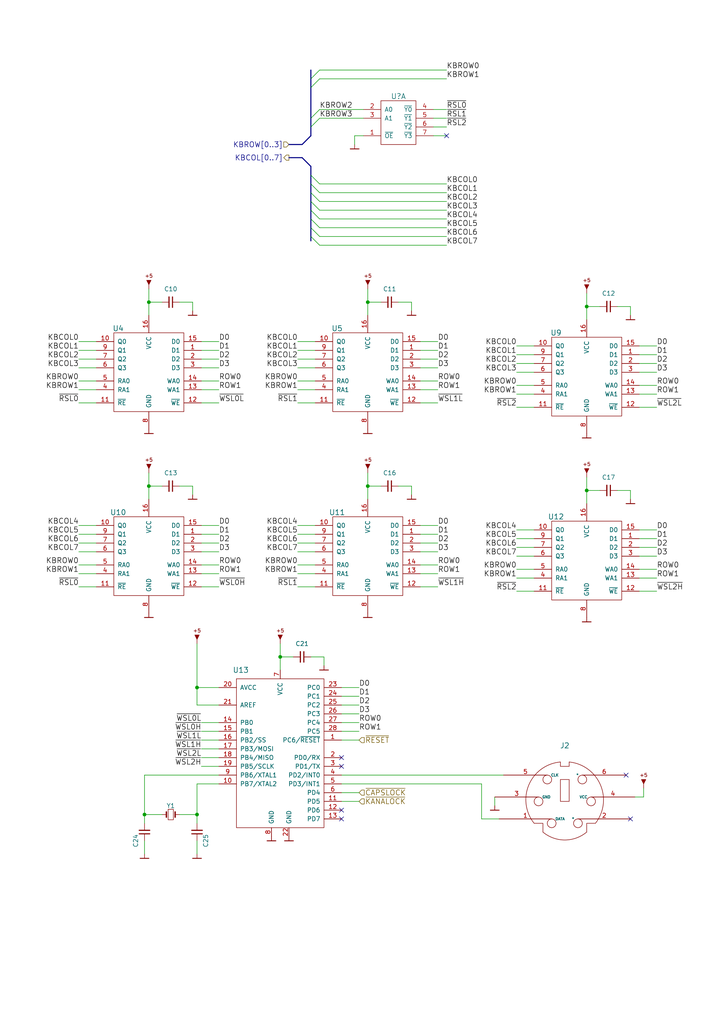
<source format=kicad_sch>
(kicad_sch (version 20211123) (generator eeschema)

  (uuid cd8c6c53-febf-40c1-af77-5373add0fde7)

  (paper "A4" portrait)

  (lib_symbols
    (symbol "artemisa:74HC139" (pin_names (offset 1.016)) (in_bom yes) (on_board yes)
      (property "Reference" "U" (id 0) (at 0 7.62 0)
        (effects (font (size 1.27 1.27)))
      )
      (property "Value" "74HC139" (id 1) (at 0 -7.62 0)
        (effects (font (size 1.27 1.27)))
      )
      (property "Footprint" "" (id 2) (at 0 -3.81 0)
        (effects (font (size 1.524 1.524)) hide)
      )
      (property "Datasheet" "" (id 3) (at 0 -3.81 0)
        (effects (font (size 1.524 1.524)) hide)
      )
      (symbol "74HC139_1_1"
        (rectangle (start -5.08 6.35) (end 5.08 -6.35)
          (stroke (width 0) (type default) (color 0 0 0 0))
          (fill (type none))
        )
        (pin input line (at -10.16 -3.81 0) (length 5.08)
          (name "~{OE}" (effects (font (size 1.27 1.27))))
          (number "1" (effects (font (size 1.27 1.27))))
        )
        (pin input line (at -10.16 3.81 0) (length 5.08)
          (name "A0" (effects (font (size 1.27 1.27))))
          (number "2" (effects (font (size 1.27 1.27))))
        )
        (pin input line (at -10.16 1.27 0) (length 5.08)
          (name "A1" (effects (font (size 1.27 1.27))))
          (number "3" (effects (font (size 1.27 1.27))))
        )
        (pin output line (at 10.16 3.81 180) (length 5.08)
          (name "~{Y0}" (effects (font (size 1.27 1.27))))
          (number "4" (effects (font (size 1.27 1.27))))
        )
        (pin output line (at 10.16 1.27 180) (length 5.08)
          (name "~{Y1}" (effects (font (size 1.27 1.27))))
          (number "5" (effects (font (size 1.27 1.27))))
        )
        (pin output line (at 10.16 -1.27 180) (length 5.08)
          (name "~{Y2}" (effects (font (size 1.27 1.27))))
          (number "6" (effects (font (size 1.27 1.27))))
        )
        (pin output line (at 10.16 -3.81 180) (length 5.08)
          (name "~{Y3}" (effects (font (size 1.27 1.27))))
          (number "7" (effects (font (size 1.27 1.27))))
        )
      )
      (symbol "74HC139_2_1"
        (rectangle (start -5.08 6.35) (end 5.08 -6.35)
          (stroke (width 0) (type default) (color 0 0 0 0))
          (fill (type none))
        )
        (pin output line (at 10.16 -1.27 180) (length 5.08)
          (name "~{Y2}" (effects (font (size 1.27 1.27))))
          (number "10" (effects (font (size 1.27 1.27))))
        )
        (pin output line (at 10.16 1.27 180) (length 5.08)
          (name "~{Y1}" (effects (font (size 1.27 1.27))))
          (number "11" (effects (font (size 1.27 1.27))))
        )
        (pin output line (at 10.16 3.81 180) (length 5.08)
          (name "~{Y0}" (effects (font (size 1.27 1.27))))
          (number "12" (effects (font (size 1.27 1.27))))
        )
        (pin input line (at -10.16 1.27 0) (length 5.08)
          (name "A1" (effects (font (size 1.27 1.27))))
          (number "13" (effects (font (size 1.27 1.27))))
        )
        (pin input line (at -10.16 3.81 0) (length 5.08)
          (name "A0" (effects (font (size 1.27 1.27))))
          (number "14" (effects (font (size 1.27 1.27))))
        )
        (pin input line (at -10.16 -3.81 0) (length 5.08)
          (name "~{OE}" (effects (font (size 1.27 1.27))))
          (number "15" (effects (font (size 1.27 1.27))))
        )
        (pin output line (at 10.16 -3.81 180) (length 5.08)
          (name "~{Y3}" (effects (font (size 1.27 1.27))))
          (number "9" (effects (font (size 1.27 1.27))))
        )
      )
      (symbol "74HC139_3_1"
        (rectangle (start -3.81 -5.08) (end 3.81 5.08)
          (stroke (width 0) (type default) (color 0 0 0 0))
          (fill (type none))
        )
        (pin power_in line (at 0 7.62 270) (length 2.54)
          (name "VCC" (effects (font (size 1.27 1.27))))
          (number "16" (effects (font (size 1.27 1.27))))
        )
        (pin power_in line (at 0 -7.62 90) (length 2.54)
          (name "GND" (effects (font (size 1.27 1.27))))
          (number "8" (effects (font (size 1.27 1.27))))
        )
      )
    )
    (symbol "artemisa:74HC670" (pin_names (offset 1.016)) (in_bom yes) (on_board yes)
      (property "Reference" "U" (id 0) (at 3.81 13.97 0)
        (effects (font (size 1.524 1.524)))
      )
      (property "Value" "74HC670" (id 1) (at 7.62 -12.7 0)
        (effects (font (size 1.524 1.524)))
      )
      (property "Footprint" "" (id 2) (at 0 -5.08 0)
        (effects (font (size 1.524 1.524)) hide)
      )
      (property "Datasheet" "" (id 3) (at 0 -5.08 0)
        (effects (font (size 1.524 1.524)) hide)
      )
      (symbol "74HC670_0_1"
        (rectangle (start 10.16 11.43) (end -10.16 -11.43)
          (stroke (width 0) (type default) (color 0 0 0 0))
          (fill (type none))
        )
      )
      (symbol "74HC670_1_1"
        (pin input line (at -15.24 6.35 0) (length 5.08)
          (name "D1" (effects (font (size 1.27 1.27))))
          (number "1" (effects (font (size 1.27 1.27))))
        )
        (pin tri_state line (at 15.24 8.89 180) (length 5.08)
          (name "Q0" (effects (font (size 1.27 1.27))))
          (number "10" (effects (font (size 1.27 1.27))))
        )
        (pin input line (at 15.24 -8.89 180) (length 5.08)
          (name "~{RE}" (effects (font (size 1.27 1.27))))
          (number "11" (effects (font (size 1.27 1.27))))
        )
        (pin input line (at -15.24 -8.89 0) (length 5.08)
          (name "~{WE}" (effects (font (size 1.27 1.27))))
          (number "12" (effects (font (size 1.27 1.27))))
        )
        (pin input line (at -15.24 -5.08 0) (length 5.08)
          (name "WA1" (effects (font (size 1.27 1.27))))
          (number "13" (effects (font (size 1.27 1.27))))
        )
        (pin input line (at -15.24 -2.54 0) (length 5.08)
          (name "WA0" (effects (font (size 1.27 1.27))))
          (number "14" (effects (font (size 1.27 1.27))))
        )
        (pin input line (at -15.24 8.89 0) (length 5.08)
          (name "D0" (effects (font (size 1.27 1.27))))
          (number "15" (effects (font (size 1.27 1.27))))
        )
        (pin power_in line (at 0 16.51 270) (length 5.08)
          (name "VCC" (effects (font (size 1.27 1.27))))
          (number "16" (effects (font (size 1.27 1.27))))
        )
        (pin input line (at -15.24 3.81 0) (length 5.08)
          (name "D2" (effects (font (size 1.27 1.27))))
          (number "2" (effects (font (size 1.27 1.27))))
        )
        (pin input line (at -15.24 1.27 0) (length 5.08)
          (name "D3" (effects (font (size 1.27 1.27))))
          (number "3" (effects (font (size 1.27 1.27))))
        )
        (pin input line (at 15.24 -5.08 180) (length 5.08)
          (name "RA1" (effects (font (size 1.27 1.27))))
          (number "4" (effects (font (size 1.27 1.27))))
        )
        (pin input line (at 15.24 -2.54 180) (length 5.08)
          (name "RA0" (effects (font (size 1.27 1.27))))
          (number "5" (effects (font (size 1.27 1.27))))
        )
        (pin tri_state line (at 15.24 1.27 180) (length 5.08)
          (name "Q3" (effects (font (size 1.27 1.27))))
          (number "6" (effects (font (size 1.27 1.27))))
        )
        (pin tri_state line (at 15.24 3.81 180) (length 5.08)
          (name "Q2" (effects (font (size 1.27 1.27))))
          (number "7" (effects (font (size 1.27 1.27))))
        )
        (pin power_in line (at 0 -16.51 90) (length 5.08)
          (name "GND" (effects (font (size 1.27 1.27))))
          (number "8" (effects (font (size 1.27 1.27))))
        )
        (pin tri_state line (at 15.24 6.35 180) (length 5.08)
          (name "Q1" (effects (font (size 1.27 1.27))))
          (number "9" (effects (font (size 1.27 1.27))))
        )
      )
    )
    (symbol "artemisa:ATMEGA328P" (pin_names (offset 1.016)) (in_bom yes) (on_board yes)
      (property "Reference" "U" (id 0) (at 8.89 22.86 0)
        (effects (font (size 1.524 1.524)))
      )
      (property "Value" "ATMEGA328P" (id 1) (at 11.43 -22.86 0)
        (effects (font (size 1.524 1.524)))
      )
      (property "Footprint" "" (id 2) (at 0 -3.81 0)
        (effects (font (size 1.524 1.524)) hide)
      )
      (property "Datasheet" "" (id 3) (at 0 -3.81 0)
        (effects (font (size 1.524 1.524)) hide)
      )
      (symbol "ATMEGA328P_0_1"
        (rectangle (start -12.7 21.59) (end 12.7 -21.59)
          (stroke (width 0) (type default) (color 0 0 0 0))
          (fill (type none))
        )
      )
      (symbol "ATMEGA328P_1_1"
        (pin bidirectional line (at 17.78 3.81 180) (length 5.08)
          (name "PC6/~{RESET}" (effects (font (size 1.27 1.27))))
          (number "1" (effects (font (size 1.27 1.27))))
        )
        (pin bidirectional line (at -17.78 -8.89 0) (length 5.08)
          (name "PB7/XTAL2" (effects (font (size 1.27 1.27))))
          (number "10" (effects (font (size 1.27 1.27))))
        )
        (pin bidirectional line (at 17.78 -13.97 180) (length 5.08)
          (name "PD5" (effects (font (size 1.27 1.27))))
          (number "11" (effects (font (size 1.27 1.27))))
        )
        (pin bidirectional line (at 17.78 -16.51 180) (length 5.08)
          (name "PD6" (effects (font (size 1.27 1.27))))
          (number "12" (effects (font (size 1.27 1.27))))
        )
        (pin bidirectional line (at 17.78 -19.05 180) (length 5.08)
          (name "PD7" (effects (font (size 1.27 1.27))))
          (number "13" (effects (font (size 1.27 1.27))))
        )
        (pin bidirectional line (at -17.78 8.89 0) (length 5.08)
          (name "PB0" (effects (font (size 1.27 1.27))))
          (number "14" (effects (font (size 1.27 1.27))))
        )
        (pin bidirectional line (at -17.78 6.35 0) (length 5.08)
          (name "PB1" (effects (font (size 1.27 1.27))))
          (number "15" (effects (font (size 1.27 1.27))))
        )
        (pin bidirectional line (at -17.78 3.81 0) (length 5.08)
          (name "PB2/SS" (effects (font (size 1.27 1.27))))
          (number "16" (effects (font (size 1.27 1.27))))
        )
        (pin bidirectional line (at -17.78 1.27 0) (length 5.08)
          (name "PB3/MOSI" (effects (font (size 1.27 1.27))))
          (number "17" (effects (font (size 1.27 1.27))))
        )
        (pin bidirectional line (at -17.78 -1.27 0) (length 5.08)
          (name "PB4/MISO" (effects (font (size 1.27 1.27))))
          (number "18" (effects (font (size 1.27 1.27))))
        )
        (pin bidirectional line (at -17.78 -3.81 0) (length 5.08)
          (name "PB5/SCLK" (effects (font (size 1.27 1.27))))
          (number "19" (effects (font (size 1.27 1.27))))
        )
        (pin bidirectional line (at 17.78 -1.27 180) (length 5.08)
          (name "PD0/RX" (effects (font (size 1.27 1.27))))
          (number "2" (effects (font (size 1.27 1.27))))
        )
        (pin power_in line (at -17.78 19.05 0) (length 5.08)
          (name "AVCC" (effects (font (size 1.27 1.27))))
          (number "20" (effects (font (size 1.27 1.27))))
        )
        (pin input line (at -17.78 13.97 0) (length 5.08)
          (name "AREF" (effects (font (size 1.27 1.27))))
          (number "21" (effects (font (size 1.27 1.27))))
        )
        (pin power_in line (at 2.54 -24.13 90) (length 2.54)
          (name "GND" (effects (font (size 1.27 1.27))))
          (number "22" (effects (font (size 1.27 1.27))))
        )
        (pin bidirectional line (at 17.78 19.05 180) (length 5.08)
          (name "PC0" (effects (font (size 1.27 1.27))))
          (number "23" (effects (font (size 1.27 1.27))))
        )
        (pin bidirectional line (at 17.78 16.51 180) (length 5.08)
          (name "PC1" (effects (font (size 1.27 1.27))))
          (number "24" (effects (font (size 1.27 1.27))))
        )
        (pin bidirectional line (at 17.78 13.97 180) (length 5.08)
          (name "PC2" (effects (font (size 1.27 1.27))))
          (number "25" (effects (font (size 1.27 1.27))))
        )
        (pin bidirectional line (at 17.78 11.43 180) (length 5.08)
          (name "PC3" (effects (font (size 1.27 1.27))))
          (number "26" (effects (font (size 1.27 1.27))))
        )
        (pin bidirectional line (at 17.78 8.89 180) (length 5.08)
          (name "PC4" (effects (font (size 1.27 1.27))))
          (number "27" (effects (font (size 1.27 1.27))))
        )
        (pin bidirectional line (at 17.78 6.35 180) (length 5.08)
          (name "PC5" (effects (font (size 1.27 1.27))))
          (number "28" (effects (font (size 1.27 1.27))))
        )
        (pin bidirectional line (at 17.78 -3.81 180) (length 5.08)
          (name "PD1/TX" (effects (font (size 1.27 1.27))))
          (number "3" (effects (font (size 1.27 1.27))))
        )
        (pin bidirectional line (at 17.78 -6.35 180) (length 5.08)
          (name "PD2/INT0" (effects (font (size 1.27 1.27))))
          (number "4" (effects (font (size 1.27 1.27))))
        )
        (pin bidirectional line (at 17.78 -8.89 180) (length 5.08)
          (name "PD3/INT1" (effects (font (size 1.27 1.27))))
          (number "5" (effects (font (size 1.27 1.27))))
        )
        (pin bidirectional line (at 17.78 -11.43 180) (length 5.08)
          (name "PD4" (effects (font (size 1.27 1.27))))
          (number "6" (effects (font (size 1.27 1.27))))
        )
        (pin power_in line (at 0 24.13 270) (length 2.54)
          (name "VCC" (effects (font (size 1.27 1.27))))
          (number "7" (effects (font (size 1.27 1.27))))
        )
        (pin power_in line (at -2.54 -24.13 90) (length 2.54)
          (name "GND" (effects (font (size 1.27 1.27))))
          (number "8" (effects (font (size 1.27 1.27))))
        )
        (pin bidirectional line (at -17.78 -6.35 0) (length 5.08)
          (name "PB6/XTAL1" (effects (font (size 1.27 1.27))))
          (number "9" (effects (font (size 1.27 1.27))))
        )
      )
    )
    (symbol "artemisa:Cap" (pin_numbers hide) (pin_names (offset 0.254) hide) (in_bom yes) (on_board yes)
      (property "Reference" "C" (id 0) (at 0.254 1.778 0)
        (effects (font (size 1.27 1.27)) (justify left))
      )
      (property "Value" "Cap" (id 1) (at 0.254 -2.032 0)
        (effects (font (size 1.27 1.27)) (justify left))
      )
      (property "Footprint" "" (id 2) (at 0 0 0)
        (effects (font (size 1.27 1.27)) hide)
      )
      (property "Datasheet" "" (id 3) (at 0 0 0)
        (effects (font (size 1.27 1.27)) hide)
      )
      (property "ki_fp_filters" "C_*" (id 4) (at 0 0 0)
        (effects (font (size 1.27 1.27)) hide)
      )
      (symbol "Cap_0_1"
        (polyline
          (pts
            (xy -1.524 -0.508)
            (xy 1.524 -0.508)
          )
          (stroke (width 0.3302) (type default) (color 0 0 0 0))
          (fill (type none))
        )
        (polyline
          (pts
            (xy -1.524 0.508)
            (xy 1.524 0.508)
          )
          (stroke (width 0.3048) (type default) (color 0 0 0 0))
          (fill (type none))
        )
      )
      (symbol "Cap_1_1"
        (pin passive line (at 0 2.54 270) (length 2.032)
          (name "~" (effects (font (size 1.27 1.27))))
          (number "1" (effects (font (size 1.27 1.27))))
        )
        (pin passive line (at 0 -2.54 90) (length 2.032)
          (name "~" (effects (font (size 1.27 1.27))))
          (number "2" (effects (font (size 1.27 1.27))))
        )
      )
    )
    (symbol "artemisa:Crystal" (pin_numbers hide) (pin_names (offset 1.016) hide) (in_bom yes) (on_board yes)
      (property "Reference" "Y" (id 0) (at 0 2.54 0)
        (effects (font (size 1.27 1.27)))
      )
      (property "Value" "Crystal" (id 1) (at 0 -2.54 0)
        (effects (font (size 1.27 1.27)))
      )
      (property "Footprint" "" (id 2) (at 0 0 0)
        (effects (font (size 1.27 1.27)) hide)
      )
      (property "Datasheet" "" (id 3) (at 0 0 0)
        (effects (font (size 1.27 1.27)) hide)
      )
      (property "ki_fp_filters" "Crystal*" (id 4) (at 0 0 0)
        (effects (font (size 1.27 1.27)) hide)
      )
      (symbol "Crystal_0_1"
        (rectangle (start -0.762 -1.524) (end 0.762 1.524)
          (stroke (width 0) (type default) (color 0 0 0 0))
          (fill (type none))
        )
        (polyline
          (pts
            (xy -1.27 -0.762)
            (xy -1.27 0.762)
          )
          (stroke (width 0.381) (type default) (color 0 0 0 0))
          (fill (type none))
        )
        (polyline
          (pts
            (xy 1.27 -0.762)
            (xy 1.27 0.762)
          )
          (stroke (width 0.381) (type default) (color 0 0 0 0))
          (fill (type none))
        )
      )
      (symbol "Crystal_1_1"
        (pin passive line (at -2.54 0 0) (length 1.27)
          (name "1" (effects (font (size 1.27 1.27))))
          (number "1" (effects (font (size 1.27 1.27))))
        )
        (pin passive line (at 2.54 0 180) (length 1.27)
          (name "2" (effects (font (size 1.27 1.27))))
          (number "2" (effects (font (size 1.27 1.27))))
        )
      )
    )
    (symbol "artemisa:GND" (power) (pin_numbers hide) (pin_names (offset 0) hide) (in_bom yes) (on_board yes)
      (property "Reference" "#PWR" (id 0) (at 0 -2.54 0)
        (effects (font (size 1.524 1.524)) hide)
      )
      (property "Value" "GND" (id 1) (at 0 2.54 0)
        (effects (font (size 1.524 1.524)) hide)
      )
      (property "Footprint" "" (id 2) (at 0 0 0)
        (effects (font (size 1.524 1.524)) hide)
      )
      (property "Datasheet" "" (id 3) (at 0 0 0)
        (effects (font (size 1.524 1.524)) hide)
      )
      (symbol "GND_0_1"
        (polyline
          (pts
            (xy -1.27 -1.27)
            (xy 1.27 -1.27)
          )
          (stroke (width 0.254) (type default) (color 0 0 0 0))
          (fill (type none))
        )
      )
      (symbol "GND_1_1"
        (pin power_in line (at 0 0 270) (length 1.27)
          (name "GND" (effects (font (size 1.27 1.27))))
          (number "~" (effects (font (size 1.27 1.27))))
        )
      )
    )
    (symbol "artemisa:PS2_CONN" (pin_names (offset 1.016)) (in_bom yes) (on_board yes)
      (property "Reference" "J" (id 0) (at 0 13.97 0)
        (effects (font (size 1.524 1.524)))
      )
      (property "Value" "PS2_CONN" (id 1) (at 0 -12.7 0)
        (effects (font (size 1.524 1.524)))
      )
      (property "Footprint" "" (id 2) (at 0 -8.89 0)
        (effects (font (size 1.524 1.524)) hide)
      )
      (property "Datasheet" "" (id 3) (at 0 -8.89 0)
        (effects (font (size 1.524 1.524)) hide)
      )
      (symbol "PS2_CONN_0_1"
        (circle (center -7.62 0) (radius 1.27)
          (stroke (width 0) (type default) (color 0 0 0 0))
          (fill (type none))
        )
        (arc (start -6.35 -8.89) (mid 0 -11.189) (end 6.35 -8.89)
          (stroke (width 0) (type default) (color 0 0 0 0))
          (fill (type none))
        )
        (circle (center -5.08 6.35) (radius 1.27)
          (stroke (width 0) (type default) (color 0 0 0 0))
          (fill (type none))
        )
        (circle (center -3.81 -6.35) (radius 1.27)
          (stroke (width 0) (type default) (color 0 0 0 0))
          (fill (type none))
        )
        (rectangle (start -1.27 6.35) (end 1.27 0)
          (stroke (width 0) (type default) (color 0 0 0 0))
          (fill (type none))
        )
        (arc (start -1.27 11.43) (mid -10.3352 4.7885) (end -8.89 -6.35)
          (stroke (width 0) (type default) (color 0 0 0 0))
          (fill (type none))
        )
        (polyline
          (pts
            (xy -8.89 -6.35)
            (xy -6.35 -6.35)
            (xy -6.35 -8.89)
          )
          (stroke (width 0) (type default) (color 0 0 0 0))
          (fill (type none))
        )
        (polyline
          (pts
            (xy 8.89 -6.35)
            (xy 6.35 -6.35)
            (xy 6.35 -8.89)
          )
          (stroke (width 0) (type default) (color 0 0 0 0))
          (fill (type none))
        )
        (polyline
          (pts
            (xy -1.27 11.43)
            (xy -1.27 10.16)
            (xy 1.27 10.16)
            (xy 1.27 11.43)
          )
          (stroke (width 0) (type default) (color 0 0 0 0))
          (fill (type none))
        )
        (circle (center 3.81 -6.35) (radius 1.27)
          (stroke (width 0) (type default) (color 0 0 0 0))
          (fill (type none))
        )
        (circle (center 5.08 6.35) (radius 1.27)
          (stroke (width 0) (type default) (color 0 0 0 0))
          (fill (type none))
        )
        (circle (center 7.62 0) (radius 1.27)
          (stroke (width 0) (type default) (color 0 0 0 0))
          (fill (type none))
        )
        (arc (start 8.89 -6.35) (mid 10.4069 4.8306) (end 1.27 11.43)
          (stroke (width 0) (type default) (color 0 0 0 0))
          (fill (type none))
        )
      )
      (symbol "PS2_CONN_1_1"
        (pin input line (at 19.05 -5.08 180) (length 15.24)
          (name "DATA" (effects (font (size 0.762 0.762))))
          (number "1" (effects (font (size 1.27 1.27))))
        )
        (pin input line (at -19.05 -5.08 0) (length 15.24)
          (name "*" (effects (font (size 0.762 0.762))))
          (number "2" (effects (font (size 1.27 1.27))))
        )
        (pin input line (at 20.32 1.27 180) (length 12.7)
          (name "GND" (effects (font (size 0.762 0.762))))
          (number "3" (effects (font (size 1.27 1.27))))
        )
        (pin input line (at -20.32 1.27 0) (length 12.7)
          (name "VCC" (effects (font (size 0.762 0.762))))
          (number "4" (effects (font (size 1.27 1.27))))
        )
        (pin input line (at 17.78 7.62 180) (length 12.7)
          (name "CLK" (effects (font (size 0.762 0.762))))
          (number "5" (effects (font (size 1.27 1.27))))
        )
        (pin input line (at -17.78 7.62 0) (length 12.7)
          (name "*" (effects (font (size 0.762 0.762))))
          (number "6" (effects (font (size 1.27 1.27))))
        )
      )
    )
    (symbol "artemisa:VCC" (power) (pin_numbers hide) (pin_names (offset 0) hide) (in_bom yes) (on_board yes)
      (property "Reference" "#PWR" (id 0) (at 0 -1.27 0)
        (effects (font (size 1.524 1.524)) hide)
      )
      (property "Value" "VCC" (id 1) (at 0 6.35 0)
        (effects (font (size 1.524 1.524)) hide)
      )
      (property "Footprint" "" (id 2) (at 0 0 0)
        (effects (font (size 1.524 1.524)) hide)
      )
      (property "Datasheet" "" (id 3) (at 0 0 0)
        (effects (font (size 1.524 1.524)) hide)
      )
      (symbol "VCC_0_0"
        (text "+5" (at 0 3.81 0)
          (effects (font (size 1.016 1.016)))
        )
      )
      (symbol "VCC_0_1"
        (polyline
          (pts
            (xy 0 1.27)
            (xy 0.635 2.54)
            (xy -0.635 2.54)
            (xy 0 1.27)
          )
          (stroke (width 0) (type default) (color 0 0 0 0))
          (fill (type outline))
        )
      )
      (symbol "VCC_1_1"
        (pin power_in line (at 0 0 90) (length 1.27)
          (name "~" (effects (font (size 1.27 1.27))))
          (number "~" (effects (font (size 1.27 1.27))))
        )
      )
    )
  )

  (junction (at 170.18 142.24) (diameter 0) (color 0 0 0 0)
    (uuid 22127bf3-28e1-4f2a-9132-0b2244d2149e)
  )
  (junction (at 106.68 87.63) (diameter 0) (color 0 0 0 0)
    (uuid 2aabebab-10c6-4637-946b-cda31980f550)
  )
  (junction (at 81.28 190.5) (diameter 0) (color 0 0 0 0)
    (uuid 30d4a5b8-34e9-412f-9d1a-e616a8a28215)
  )
  (junction (at 57.15 236.22) (diameter 0) (color 0 0 0 0)
    (uuid 415d6a7d-98b2-4d17-b46f-6f38749a3ba2)
  )
  (junction (at 41.91 236.22) (diameter 0) (color 0 0 0 0)
    (uuid 6b1d6bcd-1928-474b-8dbd-6dab746597ca)
  )
  (junction (at 43.18 87.63) (diameter 0) (color 0 0 0 0)
    (uuid 8dcf91a3-1716-406f-975d-a5e4d347a64c)
  )
  (junction (at 106.68 140.97) (diameter 0) (color 0 0 0 0)
    (uuid 9fb9a654-045f-4c58-ba9d-e6e9d641e3ae)
  )
  (junction (at 43.18 140.97) (diameter 0) (color 0 0 0 0)
    (uuid ad8c2a20-27d0-4e2a-aabf-44a509bf342a)
  )
  (junction (at 170.18 88.9) (diameter 0) (color 0 0 0 0)
    (uuid ceb65f05-08ce-47e9-8a7e-aa1335099416)
  )
  (junction (at 57.15 199.39) (diameter 0) (color 0 0 0 0)
    (uuid dbe20cc9-b99f-4e22-ad59-f96e667d1efa)
  )

  (no_connect (at 99.06 219.71) (uuid 12eac6d1-24b8-4ea7-b275-251ba8bf5245))
  (no_connect (at 99.06 237.49) (uuid 3e82ba62-7189-4489-87d5-60db49657901))
  (no_connect (at 181.61 224.79) (uuid 570ee06f-38f1-44a9-ae2b-f08cf56305e0))
  (no_connect (at 129.54 39.37) (uuid 59550421-1010-45d2-ae78-ff36e5bca6b7))
  (no_connect (at 99.06 222.25) (uuid 8a118e01-ce68-4cb9-aa2c-69460d69aea9))
  (no_connect (at 182.88 237.49) (uuid ab15be4c-1efb-422a-9053-a5c97ba751b0))
  (no_connect (at 99.06 234.95) (uuid c77559f1-9310-438e-bb42-9cac3de0d116))

  (bus_entry (at 90.17 25.4) (size 2.54 -2.54)
    (stroke (width 0) (type default) (color 0 0 0 0))
    (uuid 04868f85-bc69-4fa9-8e62-d78ffe5ae58e)
  )
  (bus_entry (at 90.17 58.42) (size 2.54 2.54)
    (stroke (width 0) (type default) (color 0 0 0 0))
    (uuid 1000aad2-ee88-468e-a417-b002fef105e7)
  )
  (bus_entry (at 90.17 66.04) (size 2.54 2.54)
    (stroke (width 0) (type default) (color 0 0 0 0))
    (uuid 23e32b5c-4ca6-4614-a426-44d605a7d8fd)
  )
  (bus_entry (at 90.17 36.83) (size 2.54 -2.54)
    (stroke (width 0) (type default) (color 0 0 0 0))
    (uuid 33b48673-c959-4510-b6fa-fd3f7bdb00fd)
  )
  (bus_entry (at 90.17 55.88) (size 2.54 2.54)
    (stroke (width 0) (type default) (color 0 0 0 0))
    (uuid 39367e70-4fd8-4578-b7c9-16f6f15e83e4)
  )
  (bus_entry (at 90.17 34.29) (size 2.54 -2.54)
    (stroke (width 0) (type default) (color 0 0 0 0))
    (uuid 4102ae0e-3d75-40cd-957b-0b4db5d3f5ee)
  )
  (bus_entry (at 90.17 68.58) (size 2.54 2.54)
    (stroke (width 0) (type default) (color 0 0 0 0))
    (uuid 79fa940a-2b5a-472f-9a29-806c2daad595)
  )
  (bus_entry (at 90.17 50.8) (size 2.54 2.54)
    (stroke (width 0) (type default) (color 0 0 0 0))
    (uuid 98fe4024-dd1f-4460-ab6c-997be1e2af2c)
  )
  (bus_entry (at 90.17 60.96) (size 2.54 2.54)
    (stroke (width 0) (type default) (color 0 0 0 0))
    (uuid 9a025d13-3f10-4480-b02b-5650c6d28ed8)
  )
  (bus_entry (at 90.17 22.86) (size 2.54 -2.54)
    (stroke (width 0) (type default) (color 0 0 0 0))
    (uuid 9a88d63d-f7e5-416d-9807-a8e942aef287)
  )
  (bus_entry (at 90.17 63.5) (size 2.54 2.54)
    (stroke (width 0) (type default) (color 0 0 0 0))
    (uuid b0732623-9278-4ea6-a530-e8f3094216dc)
  )
  (bus_entry (at 90.17 53.34) (size 2.54 2.54)
    (stroke (width 0) (type default) (color 0 0 0 0))
    (uuid fd52c1ac-e295-4f41-943d-ac9b91f9f1bf)
  )

  (wire (pts (xy 22.86 106.68) (xy 27.94 106.68))
    (stroke (width 0) (type default) (color 0 0 0 0))
    (uuid 01caafb3-af8a-4642-870c-c290b286d040)
  )
  (wire (pts (xy 106.68 87.63) (xy 106.68 91.44))
    (stroke (width 0) (type default) (color 0 0 0 0))
    (uuid 07838c19-bdee-4759-9a7b-a62a5deb9737)
  )
  (wire (pts (xy 92.71 55.88) (xy 129.54 55.88))
    (stroke (width 0) (type default) (color 0 0 0 0))
    (uuid 11896c2c-8771-4362-a4aa-2f8901fb1bc7)
  )
  (wire (pts (xy 149.86 161.29) (xy 154.94 161.29))
    (stroke (width 0) (type default) (color 0 0 0 0))
    (uuid 128cfb34-809d-4606-bf29-7ab91f99e879)
  )
  (bus (pts (xy 90.17 25.4) (xy 90.17 34.29))
    (stroke (width 0) (type default) (color 0 0 0 0))
    (uuid 12a61f3b-c9a1-475a-b95a-228fd98d7166)
  )

  (wire (pts (xy 105.41 34.29) (xy 92.71 34.29))
    (stroke (width 0) (type default) (color 0 0 0 0))
    (uuid 133bb99a-82f3-4f77-a20b-451874ac44f4)
  )
  (bus (pts (xy 90.17 66.04) (xy 90.17 68.58))
    (stroke (width 0) (type default) (color 0 0 0 0))
    (uuid 1347a48f-a9f7-470c-893f-af03f52f8d81)
  )

  (wire (pts (xy 55.88 143.51) (xy 55.88 140.97))
    (stroke (width 0) (type default) (color 0 0 0 0))
    (uuid 1416f46f-efcf-4c99-81af-d39cf81f2652)
  )
  (wire (pts (xy 58.42 217.17) (xy 63.5 217.17))
    (stroke (width 0) (type default) (color 0 0 0 0))
    (uuid 1509b6e6-a266-4bd3-bef6-1700f12ad930)
  )
  (wire (pts (xy 154.94 100.33) (xy 149.86 100.33))
    (stroke (width 0) (type default) (color 0 0 0 0))
    (uuid 1533b475-c834-40d3-ae2c-55eb46ae810f)
  )
  (wire (pts (xy 119.38 90.17) (xy 119.38 87.63))
    (stroke (width 0) (type default) (color 0 0 0 0))
    (uuid 18ee575f-d41e-4a26-ac0a-b229112d8877)
  )
  (wire (pts (xy 139.7 227.33) (xy 99.06 227.33))
    (stroke (width 0) (type default) (color 0 0 0 0))
    (uuid 190829cf-8172-400f-bba0-21761cc942eb)
  )
  (wire (pts (xy 57.15 238.76) (xy 57.15 236.22))
    (stroke (width 0) (type default) (color 0 0 0 0))
    (uuid 1a0c5194-0d7e-4fcc-a11d-049fac80c4dc)
  )
  (wire (pts (xy 129.54 68.58) (xy 92.71 68.58))
    (stroke (width 0) (type default) (color 0 0 0 0))
    (uuid 1b6f5437-7cc3-4fb0-a914-07fa3cdc968c)
  )
  (wire (pts (xy 86.36 106.68) (xy 91.44 106.68))
    (stroke (width 0) (type default) (color 0 0 0 0))
    (uuid 1b8d5810-67b5-41f5-a4e9-e6c2cc9fec50)
  )
  (wire (pts (xy 91.44 113.03) (xy 86.36 113.03))
    (stroke (width 0) (type default) (color 0 0 0 0))
    (uuid 1cd08355-701e-4fba-886f-d48517dcccf5)
  )
  (wire (pts (xy 104.14 209.55) (xy 99.06 209.55))
    (stroke (width 0) (type default) (color 0 0 0 0))
    (uuid 1e0743f9-25f1-4e27-8ba3-1bbc1755dc6c)
  )
  (wire (pts (xy 143.51 233.68) (xy 143.51 231.14))
    (stroke (width 0) (type default) (color 0 0 0 0))
    (uuid 1f2605ff-0052-4214-ba00-e5f83f987c66)
  )
  (bus (pts (xy 90.17 58.42) (xy 90.17 60.96))
    (stroke (width 0) (type default) (color 0 0 0 0))
    (uuid 2194fffb-efb2-4804-822b-bc479e4ddd6a)
  )

  (wire (pts (xy 149.86 165.1) (xy 154.94 165.1))
    (stroke (width 0) (type default) (color 0 0 0 0))
    (uuid 22591446-6d82-47ac-b525-9e9deb496c8c)
  )
  (wire (pts (xy 57.15 247.65) (xy 57.15 243.84))
    (stroke (width 0) (type default) (color 0 0 0 0))
    (uuid 226748a0-9c54-4438-a724-741c7846a7bf)
  )
  (wire (pts (xy 57.15 199.39) (xy 57.15 204.47))
    (stroke (width 0) (type default) (color 0 0 0 0))
    (uuid 23d00a59-0b4c-4084-acf1-2d0e73667d5f)
  )
  (wire (pts (xy 104.14 229.87) (xy 99.06 229.87))
    (stroke (width 0) (type default) (color 0 0 0 0))
    (uuid 2460f6d2-1d7c-4c35-9be4-33dfefab8082)
  )
  (wire (pts (xy 86.36 101.6) (xy 91.44 101.6))
    (stroke (width 0) (type default) (color 0 0 0 0))
    (uuid 24fbbd33-4896-414c-ba79-167809dd0e90)
  )
  (wire (pts (xy 99.06 199.39) (xy 104.14 199.39))
    (stroke (width 0) (type default) (color 0 0 0 0))
    (uuid 26fd0d92-e1d7-4ec3-9cd1-0c12f182f0d8)
  )
  (wire (pts (xy 43.18 140.97) (xy 43.18 144.78))
    (stroke (width 0) (type default) (color 0 0 0 0))
    (uuid 2952439a-4d93-45a3-a998-2b2fce2c5fe9)
  )
  (wire (pts (xy 22.86 110.49) (xy 27.94 110.49))
    (stroke (width 0) (type default) (color 0 0 0 0))
    (uuid 2a507df7-40c5-4523-b0fd-269cea55efb9)
  )
  (bus (pts (xy 90.17 50.8) (xy 90.17 53.34))
    (stroke (width 0) (type default) (color 0 0 0 0))
    (uuid 2a6b41d0-b2b4-448f-b144-f3f20353eb05)
  )

  (wire (pts (xy 91.44 99.06) (xy 86.36 99.06))
    (stroke (width 0) (type default) (color 0 0 0 0))
    (uuid 2be498d5-e7b2-4098-b853-d60412f65c3b)
  )
  (wire (pts (xy 119.38 87.63) (xy 115.57 87.63))
    (stroke (width 0) (type default) (color 0 0 0 0))
    (uuid 3381b763-2886-4e76-a243-cbcc2ec8a032)
  )
  (wire (pts (xy 22.86 101.6) (xy 27.94 101.6))
    (stroke (width 0) (type default) (color 0 0 0 0))
    (uuid 33b6dbe8-d555-4f35-a63c-27c75fa09ca7)
  )
  (bus (pts (xy 90.17 20.32) (xy 90.17 22.86))
    (stroke (width 0) (type default) (color 0 0 0 0))
    (uuid 3850e2d4-b49e-4213-938e-107014b88c2f)
  )

  (wire (pts (xy 149.86 111.76) (xy 154.94 111.76))
    (stroke (width 0) (type default) (color 0 0 0 0))
    (uuid 38c40dcc-c1da-4f6f-a147-01497313c7b0)
  )
  (wire (pts (xy 58.42 214.63) (xy 63.5 214.63))
    (stroke (width 0) (type default) (color 0 0 0 0))
    (uuid 391e77f9-45fd-4544-9a96-6b9be0f3494b)
  )
  (wire (pts (xy 125.73 34.29) (xy 129.54 34.29))
    (stroke (width 0) (type default) (color 0 0 0 0))
    (uuid 3a362cc7-5245-4ed2-8f66-3a6d74eaba39)
  )
  (wire (pts (xy 127 160.02) (xy 121.92 160.02))
    (stroke (width 0) (type default) (color 0 0 0 0))
    (uuid 3b9ce6b0-047c-4e71-81a7-b0a5c13aa4d2)
  )
  (wire (pts (xy 92.71 60.96) (xy 129.54 60.96))
    (stroke (width 0) (type default) (color 0 0 0 0))
    (uuid 3bced514-7c6a-4929-a2f4-97c9dfd34def)
  )
  (wire (pts (xy 127 116.84) (xy 121.92 116.84))
    (stroke (width 0) (type default) (color 0 0 0 0))
    (uuid 3eee2221-7af9-4d6a-ba79-a48c3fd1ac35)
  )
  (wire (pts (xy 43.18 140.97) (xy 43.18 137.16))
    (stroke (width 0) (type default) (color 0 0 0 0))
    (uuid 3eff8f32-349a-4846-b484-abdc036c7174)
  )
  (wire (pts (xy 190.5 171.45) (xy 185.42 171.45))
    (stroke (width 0) (type default) (color 0 0 0 0))
    (uuid 422a6702-d1c1-4e76-898e-ec20aaee30c2)
  )
  (wire (pts (xy 22.86 163.83) (xy 27.94 163.83))
    (stroke (width 0) (type default) (color 0 0 0 0))
    (uuid 430cb5a0-6865-46d0-be60-5d722d3e8d80)
  )
  (wire (pts (xy 27.94 157.48) (xy 22.86 157.48))
    (stroke (width 0) (type default) (color 0 0 0 0))
    (uuid 43758126-6174-43ff-b8a7-6d55ec68152a)
  )
  (wire (pts (xy 63.5 154.94) (xy 58.42 154.94))
    (stroke (width 0) (type default) (color 0 0 0 0))
    (uuid 462f8e7e-09c6-4676-ba4f-fd07b2868aa8)
  )
  (wire (pts (xy 63.5 160.02) (xy 58.42 160.02))
    (stroke (width 0) (type default) (color 0 0 0 0))
    (uuid 471f517c-6d52-459f-9d7a-aedf176fc9e0)
  )
  (wire (pts (xy 121.92 152.4) (xy 127 152.4))
    (stroke (width 0) (type default) (color 0 0 0 0))
    (uuid 49c3a7d7-9453-4986-bcff-387f274073df)
  )
  (wire (pts (xy 170.18 142.24) (xy 170.18 146.05))
    (stroke (width 0) (type default) (color 0 0 0 0))
    (uuid 4cbba380-690c-405e-bbfb-a0cd7ef65d0e)
  )
  (wire (pts (xy 41.91 236.22) (xy 41.91 238.76))
    (stroke (width 0) (type default) (color 0 0 0 0))
    (uuid 4dfbe524-132d-43d4-8ae0-9aa2f72df70b)
  )
  (wire (pts (xy 190.5 111.76) (xy 185.42 111.76))
    (stroke (width 0) (type default) (color 0 0 0 0))
    (uuid 4e944601-14c5-4478-a9d6-8d2ad19dcc43)
  )
  (wire (pts (xy 129.54 53.34) (xy 92.71 53.34))
    (stroke (width 0) (type default) (color 0 0 0 0))
    (uuid 4eeb2bf2-5aa0-4534-94bd-c0dab739d13b)
  )
  (wire (pts (xy 170.18 88.9) (xy 170.18 85.09))
    (stroke (width 0) (type default) (color 0 0 0 0))
    (uuid 50d092a1-cb48-4b36-9419-53ddb3f8fa14)
  )
  (wire (pts (xy 139.7 237.49) (xy 139.7 227.33))
    (stroke (width 0) (type default) (color 0 0 0 0))
    (uuid 510813ff-4301-4d7b-b640-805049ac6194)
  )
  (wire (pts (xy 99.06 224.79) (xy 146.05 224.79))
    (stroke (width 0) (type default) (color 0 0 0 0))
    (uuid 52fe3400-bf18-4fe5-aa6e-2be779b65697)
  )
  (wire (pts (xy 63.5 163.83) (xy 58.42 163.83))
    (stroke (width 0) (type default) (color 0 0 0 0))
    (uuid 532cb9ef-7fac-483b-aaf5-b83d764d0176)
  )
  (wire (pts (xy 104.14 232.41) (xy 99.06 232.41))
    (stroke (width 0) (type default) (color 0 0 0 0))
    (uuid 5338134d-a05d-4ad9-9bd6-6a3cccd5d5a9)
  )
  (bus (pts (xy 90.17 48.26) (xy 90.17 50.8))
    (stroke (width 0) (type default) (color 0 0 0 0))
    (uuid 5379d081-922a-4828-9d43-7b2f2572d06c)
  )

  (wire (pts (xy 58.42 219.71) (xy 63.5 219.71))
    (stroke (width 0) (type default) (color 0 0 0 0))
    (uuid 5552a350-225a-4c3c-8643-df2be6c7b9a2)
  )
  (wire (pts (xy 129.54 20.32) (xy 92.71 20.32))
    (stroke (width 0) (type default) (color 0 0 0 0))
    (uuid 555e8fc3-19b4-40e8-abc6-87d7c193534e)
  )
  (wire (pts (xy 58.42 99.06) (xy 63.5 99.06))
    (stroke (width 0) (type default) (color 0 0 0 0))
    (uuid 55870dc1-a751-4fb1-a7eb-fe844b64659b)
  )
  (wire (pts (xy 46.99 87.63) (xy 43.18 87.63))
    (stroke (width 0) (type default) (color 0 0 0 0))
    (uuid 56801e6d-c4ab-4f7b-8289-2119a52fa227)
  )
  (bus (pts (xy 90.17 68.58) (xy 90.17 69.85))
    (stroke (width 0) (type default) (color 0 0 0 0))
    (uuid 56fc397a-84b6-4638-aad1-83d58d79386e)
  )

  (wire (pts (xy 182.88 91.44) (xy 182.88 88.9))
    (stroke (width 0) (type default) (color 0 0 0 0))
    (uuid 5a5b7060-983c-4989-878e-3126720e998d)
  )
  (wire (pts (xy 149.86 102.87) (xy 154.94 102.87))
    (stroke (width 0) (type default) (color 0 0 0 0))
    (uuid 5c652bfd-7025-48e8-86f2-beee7cb38bd7)
  )
  (wire (pts (xy 92.71 71.12) (xy 129.54 71.12))
    (stroke (width 0) (type default) (color 0 0 0 0))
    (uuid 5edbc061-8621-4c13-864b-a2a2b212044e)
  )
  (wire (pts (xy 186.69 231.14) (xy 184.15 231.14))
    (stroke (width 0) (type default) (color 0 0 0 0))
    (uuid 5f9c5087-aeae-41db-97be-1dd276294553)
  )
  (wire (pts (xy 22.86 160.02) (xy 27.94 160.02))
    (stroke (width 0) (type default) (color 0 0 0 0))
    (uuid 5fe5bd8d-5a86-4565-bd10-e08c6de9aa03)
  )
  (wire (pts (xy 119.38 140.97) (xy 115.57 140.97))
    (stroke (width 0) (type default) (color 0 0 0 0))
    (uuid 61415144-ce8f-483a-82b7-e2e320f7f0b4)
  )
  (wire (pts (xy 58.42 222.25) (xy 63.5 222.25))
    (stroke (width 0) (type default) (color 0 0 0 0))
    (uuid 619e5559-5c6e-40cc-87da-be0d8df0f585)
  )
  (wire (pts (xy 149.86 156.21) (xy 154.94 156.21))
    (stroke (width 0) (type default) (color 0 0 0 0))
    (uuid 62ed984b-c070-4de1-bd86-30aeb09fb9cd)
  )
  (wire (pts (xy 106.68 140.97) (xy 106.68 144.78))
    (stroke (width 0) (type default) (color 0 0 0 0))
    (uuid 636332c5-387a-4243-bc33-7882b1adfdac)
  )
  (wire (pts (xy 127 106.68) (xy 121.92 106.68))
    (stroke (width 0) (type default) (color 0 0 0 0))
    (uuid 646182ef-83d3-48ef-8f13-39bd3cf49786)
  )
  (wire (pts (xy 186.69 228.6) (xy 186.69 231.14))
    (stroke (width 0) (type default) (color 0 0 0 0))
    (uuid 64d84e49-aaf5-4eba-8a78-1b20287a1fe2)
  )
  (wire (pts (xy 185.42 105.41) (xy 190.5 105.41))
    (stroke (width 0) (type default) (color 0 0 0 0))
    (uuid 65908b01-f0a0-46e1-84f2-bf49d46af2a7)
  )
  (wire (pts (xy 63.5 170.18) (xy 58.42 170.18))
    (stroke (width 0) (type default) (color 0 0 0 0))
    (uuid 65f89bc6-cda1-4481-b360-d7547150b31e)
  )
  (wire (pts (xy 121.92 99.06) (xy 127 99.06))
    (stroke (width 0) (type default) (color 0 0 0 0))
    (uuid 689e49bf-7f41-4390-9297-8151fb94eb64)
  )
  (wire (pts (xy 154.94 167.64) (xy 149.86 167.64))
    (stroke (width 0) (type default) (color 0 0 0 0))
    (uuid 6a3aff19-5e5c-466c-80b5-82ab994aaee1)
  )
  (bus (pts (xy 90.17 60.96) (xy 90.17 63.5))
    (stroke (width 0) (type default) (color 0 0 0 0))
    (uuid 70f53d3a-f58b-46f3-aa80-cb222b643443)
  )

  (wire (pts (xy 144.78 237.49) (xy 139.7 237.49))
    (stroke (width 0) (type default) (color 0 0 0 0))
    (uuid 7112d2ae-7915-4f1a-aae6-e71244f669d8)
  )
  (wire (pts (xy 27.94 170.18) (xy 22.86 170.18))
    (stroke (width 0) (type default) (color 0 0 0 0))
    (uuid 728dda43-38f9-4d13-b2a9-59e599c86d99)
  )
  (wire (pts (xy 27.94 104.14) (xy 22.86 104.14))
    (stroke (width 0) (type default) (color 0 0 0 0))
    (uuid 74d2d2c1-d0d5-412f-ab06-bb67df0a3900)
  )
  (wire (pts (xy 91.44 152.4) (xy 86.36 152.4))
    (stroke (width 0) (type default) (color 0 0 0 0))
    (uuid 755d3d18-6013-47c4-9133-c783ae2db259)
  )
  (wire (pts (xy 63.5 110.49) (xy 58.42 110.49))
    (stroke (width 0) (type default) (color 0 0 0 0))
    (uuid 75f982a1-6ab8-4209-a4a8-58e41c3ce9c1)
  )
  (wire (pts (xy 91.44 157.48) (xy 86.36 157.48))
    (stroke (width 0) (type default) (color 0 0 0 0))
    (uuid 77f65cef-2bce-414e-8b99-31f9cd0b59b0)
  )
  (wire (pts (xy 57.15 227.33) (xy 63.5 227.33))
    (stroke (width 0) (type default) (color 0 0 0 0))
    (uuid 7b2f6028-5234-4df8-8d41-bf003f728f58)
  )
  (wire (pts (xy 185.42 167.64) (xy 190.5 167.64))
    (stroke (width 0) (type default) (color 0 0 0 0))
    (uuid 7b485fa8-406a-42d5-9a01-13ae76ec07b5)
  )
  (wire (pts (xy 41.91 224.79) (xy 41.91 236.22))
    (stroke (width 0) (type default) (color 0 0 0 0))
    (uuid 7bd09790-9a37-4331-94a2-940c4fb9585b)
  )
  (wire (pts (xy 27.94 113.03) (xy 22.86 113.03))
    (stroke (width 0) (type default) (color 0 0 0 0))
    (uuid 7d283b62-f314-41a0-b56b-d307f2ebfa85)
  )
  (bus (pts (xy 87.63 41.91) (xy 90.17 39.37))
    (stroke (width 0) (type default) (color 0 0 0 0))
    (uuid 7dd46673-4551-4937-beee-2ea3f888f7bc)
  )

  (wire (pts (xy 170.18 142.24) (xy 170.18 138.43))
    (stroke (width 0) (type default) (color 0 0 0 0))
    (uuid 826dab59-fbdd-42ab-9237-6c754170917b)
  )
  (wire (pts (xy 57.15 236.22) (xy 57.15 227.33))
    (stroke (width 0) (type default) (color 0 0 0 0))
    (uuid 83226cf4-4bcb-4755-8744-16fd92f3a724)
  )
  (wire (pts (xy 110.49 87.63) (xy 106.68 87.63))
    (stroke (width 0) (type default) (color 0 0 0 0))
    (uuid 833beff7-0439-4b25-8f23-ed949f699ed1)
  )
  (wire (pts (xy 102.87 39.37) (xy 102.87 41.91))
    (stroke (width 0) (type default) (color 0 0 0 0))
    (uuid 86a34ff8-9697-4394-b32e-9c903027c8af)
  )
  (wire (pts (xy 91.44 170.18) (xy 86.36 170.18))
    (stroke (width 0) (type default) (color 0 0 0 0))
    (uuid 86c73e16-9c05-4385-b59b-206056f7ac90)
  )
  (wire (pts (xy 190.5 102.87) (xy 185.42 102.87))
    (stroke (width 0) (type default) (color 0 0 0 0))
    (uuid 899d6960-0494-4e8f-9091-802503c02d1b)
  )
  (wire (pts (xy 104.14 214.63) (xy 99.06 214.63))
    (stroke (width 0) (type default) (color 0 0 0 0))
    (uuid 8aff71fc-0b55-4238-837c-95b0b4aac181)
  )
  (wire (pts (xy 52.07 236.22) (xy 57.15 236.22))
    (stroke (width 0) (type default) (color 0 0 0 0))
    (uuid 8b129856-cc2d-4792-b90f-5af9599716ce)
  )
  (bus (pts (xy 90.17 55.88) (xy 90.17 58.42))
    (stroke (width 0) (type default) (color 0 0 0 0))
    (uuid 8bd21d15-4278-4bfb-9081-da5dec67eaa5)
  )

  (wire (pts (xy 27.94 166.37) (xy 22.86 166.37))
    (stroke (width 0) (type default) (color 0 0 0 0))
    (uuid 8d9ea4cf-1047-42af-bf72-13258f22d6ad)
  )
  (wire (pts (xy 58.42 212.09) (xy 63.5 212.09))
    (stroke (width 0) (type default) (color 0 0 0 0))
    (uuid 90a47af4-b3af-42ad-8a92-2ac33f1eaf7d)
  )
  (wire (pts (xy 185.42 153.67) (xy 190.5 153.67))
    (stroke (width 0) (type default) (color 0 0 0 0))
    (uuid 91a85248-7895-453a-bdbc-36a6edbe91db)
  )
  (bus (pts (xy 90.17 53.34) (xy 90.17 55.88))
    (stroke (width 0) (type default) (color 0 0 0 0))
    (uuid 91e74aa6-705f-40ba-b6bd-d9322523111d)
  )

  (wire (pts (xy 170.18 88.9) (xy 170.18 92.71))
    (stroke (width 0) (type default) (color 0 0 0 0))
    (uuid 92786ddd-53cc-4458-af25-eb5a2b46154e)
  )
  (wire (pts (xy 185.42 100.33) (xy 190.5 100.33))
    (stroke (width 0) (type default) (color 0 0 0 0))
    (uuid 94a21413-9821-4587-923e-f37548a5150a)
  )
  (wire (pts (xy 55.88 87.63) (xy 52.07 87.63))
    (stroke (width 0) (type default) (color 0 0 0 0))
    (uuid 94b9946a-78fd-4f36-83ff-62bd392ae616)
  )
  (wire (pts (xy 93.98 193.04) (xy 93.98 190.5))
    (stroke (width 0) (type default) (color 0 0 0 0))
    (uuid 96bdf5ea-ca81-4096-814f-ff6d6aaf3220)
  )
  (wire (pts (xy 121.92 166.37) (xy 127 166.37))
    (stroke (width 0) (type default) (color 0 0 0 0))
    (uuid 96d488aa-4d20-4ba2-8d75-10df5865e575)
  )
  (wire (pts (xy 57.15 186.69) (xy 57.15 199.39))
    (stroke (width 0) (type default) (color 0 0 0 0))
    (uuid 97675b30-915a-43e3-828c-166fb0161c3a)
  )
  (wire (pts (xy 127 154.94) (xy 121.92 154.94))
    (stroke (width 0) (type default) (color 0 0 0 0))
    (uuid 9a334c2d-ea1e-4f9b-9563-937977728978)
  )
  (wire (pts (xy 154.94 114.3) (xy 149.86 114.3))
    (stroke (width 0) (type default) (color 0 0 0 0))
    (uuid 9b26d003-7efb-405a-8332-1a189f9d4920)
  )
  (wire (pts (xy 121.92 104.14) (xy 127 104.14))
    (stroke (width 0) (type default) (color 0 0 0 0))
    (uuid 9e39ed40-271f-40f8-b1c9-20b888c10512)
  )
  (wire (pts (xy 190.5 156.21) (xy 185.42 156.21))
    (stroke (width 0) (type default) (color 0 0 0 0))
    (uuid a0400e61-7ec0-4cc7-a41d-d7c451e758fe)
  )
  (wire (pts (xy 55.88 90.17) (xy 55.88 87.63))
    (stroke (width 0) (type default) (color 0 0 0 0))
    (uuid a067890f-6be8-49e9-b75d-ff2c32452685)
  )
  (wire (pts (xy 86.36 163.83) (xy 91.44 163.83))
    (stroke (width 0) (type default) (color 0 0 0 0))
    (uuid a0affae9-b1e8-4941-9e7e-2ad29ff3f86b)
  )
  (wire (pts (xy 182.88 142.24) (xy 179.07 142.24))
    (stroke (width 0) (type default) (color 0 0 0 0))
    (uuid a11284ee-2f71-4eb8-b0ee-e01b498d0140)
  )
  (wire (pts (xy 190.5 165.1) (xy 185.42 165.1))
    (stroke (width 0) (type default) (color 0 0 0 0))
    (uuid a1533d6a-9d56-4622-800a-f5af923f4a97)
  )
  (wire (pts (xy 91.44 104.14) (xy 86.36 104.14))
    (stroke (width 0) (type default) (color 0 0 0 0))
    (uuid a281de60-7af0-498c-be0b-24572e88b490)
  )
  (bus (pts (xy 90.17 22.86) (xy 90.17 25.4))
    (stroke (width 0) (type default) (color 0 0 0 0))
    (uuid a294cc83-b7a3-4d8e-8390-ecf01eed960d)
  )

  (wire (pts (xy 41.91 247.65) (xy 41.91 243.84))
    (stroke (width 0) (type default) (color 0 0 0 0))
    (uuid a56d1fde-b4ad-42de-a848-9c94bc0cbe09)
  )
  (wire (pts (xy 106.68 87.63) (xy 106.68 83.82))
    (stroke (width 0) (type default) (color 0 0 0 0))
    (uuid a6d1221a-1077-412d-8a73-7025f9b4ca20)
  )
  (wire (pts (xy 43.18 87.63) (xy 43.18 91.44))
    (stroke (width 0) (type default) (color 0 0 0 0))
    (uuid a8ed9f4d-0385-4ec2-831d-b6c7165c148a)
  )
  (wire (pts (xy 110.49 140.97) (xy 106.68 140.97))
    (stroke (width 0) (type default) (color 0 0 0 0))
    (uuid a95b6208-cd25-486f-8a35-f7d7b1426174)
  )
  (wire (pts (xy 127 110.49) (xy 121.92 110.49))
    (stroke (width 0) (type default) (color 0 0 0 0))
    (uuid a97391c0-c438-44dc-aec7-4249e6f62568)
  )
  (wire (pts (xy 63.5 116.84) (xy 58.42 116.84))
    (stroke (width 0) (type default) (color 0 0 0 0))
    (uuid ad541cb2-f097-4769-b1c0-c1cca23ca9bd)
  )
  (wire (pts (xy 86.36 160.02) (xy 91.44 160.02))
    (stroke (width 0) (type default) (color 0 0 0 0))
    (uuid aee35d5f-0638-4cb1-b58c-265232f425a0)
  )
  (wire (pts (xy 58.42 209.55) (xy 63.5 209.55))
    (stroke (width 0) (type default) (color 0 0 0 0))
    (uuid af4e708f-3ecb-432a-8234-bc33a136a64e)
  )
  (wire (pts (xy 22.86 154.94) (xy 27.94 154.94))
    (stroke (width 0) (type default) (color 0 0 0 0))
    (uuid af5a6355-b37d-4130-98e5-c563dae6ea34)
  )
  (wire (pts (xy 104.14 207.01) (xy 99.06 207.01))
    (stroke (width 0) (type default) (color 0 0 0 0))
    (uuid b29fb2cb-e4b7-4450-8086-3c4d31478159)
  )
  (wire (pts (xy 58.42 166.37) (xy 63.5 166.37))
    (stroke (width 0) (type default) (color 0 0 0 0))
    (uuid b37c8835-0989-48c9-97ba-c045f0d7107f)
  )
  (wire (pts (xy 119.38 143.51) (xy 119.38 140.97))
    (stroke (width 0) (type default) (color 0 0 0 0))
    (uuid b4efa293-75b5-42d5-996c-b449774d5ba5)
  )
  (wire (pts (xy 91.44 116.84) (xy 86.36 116.84))
    (stroke (width 0) (type default) (color 0 0 0 0))
    (uuid b5691874-e380-4013-b466-13948504ae2f)
  )
  (wire (pts (xy 58.42 113.03) (xy 63.5 113.03))
    (stroke (width 0) (type default) (color 0 0 0 0))
    (uuid b5b863ac-a506-4b3e-baa9-6daff41ac83f)
  )
  (wire (pts (xy 81.28 190.5) (xy 81.28 186.69))
    (stroke (width 0) (type default) (color 0 0 0 0))
    (uuid b6670714-a829-420f-8f82-042c74d803a5)
  )
  (wire (pts (xy 63.5 106.68) (xy 58.42 106.68))
    (stroke (width 0) (type default) (color 0 0 0 0))
    (uuid b71ea2fc-03b3-4a1a-950e-5a040f1be797)
  )
  (wire (pts (xy 27.94 116.84) (xy 22.86 116.84))
    (stroke (width 0) (type default) (color 0 0 0 0))
    (uuid ba3f68df-a80d-4363-9b28-2b49507e87bd)
  )
  (bus (pts (xy 87.63 45.72) (xy 90.17 48.26))
    (stroke (width 0) (type default) (color 0 0 0 0))
    (uuid bade9875-e59b-4d52-b529-c48d7c265fc4)
  )

  (wire (pts (xy 58.42 152.4) (xy 63.5 152.4))
    (stroke (width 0) (type default) (color 0 0 0 0))
    (uuid bbeadbd3-dc9d-4bb3-9f60-a643fa1fa7e6)
  )
  (wire (pts (xy 58.42 157.48) (xy 63.5 157.48))
    (stroke (width 0) (type default) (color 0 0 0 0))
    (uuid bc007755-47dc-4b01-a9a3-8f34e8741895)
  )
  (wire (pts (xy 106.68 140.97) (xy 106.68 137.16))
    (stroke (width 0) (type default) (color 0 0 0 0))
    (uuid bf8bfbb4-4b7a-430e-865f-8acab9f8c04d)
  )
  (wire (pts (xy 154.94 153.67) (xy 149.86 153.67))
    (stroke (width 0) (type default) (color 0 0 0 0))
    (uuid c1fbee58-f474-4414-9110-64abd03ed7c9)
  )
  (wire (pts (xy 86.36 110.49) (xy 91.44 110.49))
    (stroke (width 0) (type default) (color 0 0 0 0))
    (uuid c25b90aa-c787-46a1-8b80-e5b9fd45039a)
  )
  (wire (pts (xy 63.5 199.39) (xy 57.15 199.39))
    (stroke (width 0) (type default) (color 0 0 0 0))
    (uuid c261f2c7-400a-44c0-9c0a-e7dc7bbb3f90)
  )
  (wire (pts (xy 55.88 140.97) (xy 52.07 140.97))
    (stroke (width 0) (type default) (color 0 0 0 0))
    (uuid c2a5cbbc-a316-4826-81b8-a34d52b5eb58)
  )
  (wire (pts (xy 105.41 39.37) (xy 102.87 39.37))
    (stroke (width 0) (type default) (color 0 0 0 0))
    (uuid c6d0e6be-376d-4beb-9794-508920a2265a)
  )
  (wire (pts (xy 91.44 166.37) (xy 86.36 166.37))
    (stroke (width 0) (type default) (color 0 0 0 0))
    (uuid c837798c-83c8-4e02-b288-fa03714cab74)
  )
  (wire (pts (xy 104.14 201.93) (xy 99.06 201.93))
    (stroke (width 0) (type default) (color 0 0 0 0))
    (uuid c95ae74a-ca90-4a39-aa68-19d5d2714b13)
  )
  (wire (pts (xy 149.86 107.95) (xy 154.94 107.95))
    (stroke (width 0) (type default) (color 0 0 0 0))
    (uuid ca7eee62-ed2f-41f0-ba4a-5f9abd56ee97)
  )
  (wire (pts (xy 125.73 39.37) (xy 129.54 39.37))
    (stroke (width 0) (type default) (color 0 0 0 0))
    (uuid cac6ef5d-79dc-46ad-ba83-77cb1377c287)
  )
  (wire (pts (xy 154.94 171.45) (xy 149.86 171.45))
    (stroke (width 0) (type default) (color 0 0 0 0))
    (uuid cbdd084c-3cde-4340-9de6-6f6ca3f79e91)
  )
  (bus (pts (xy 83.82 41.91) (xy 87.63 41.91))
    (stroke (width 0) (type default) (color 0 0 0 0))
    (uuid cce13a3b-854c-49ae-8b19-551eed5c4f96)
  )

  (wire (pts (xy 121.92 113.03) (xy 127 113.03))
    (stroke (width 0) (type default) (color 0 0 0 0))
    (uuid cdf69da0-bf1d-48b6-92e4-7b762bd4454d)
  )
  (bus (pts (xy 90.17 63.5) (xy 90.17 66.04))
    (stroke (width 0) (type default) (color 0 0 0 0))
    (uuid ce5cd5e6-edb8-4bc2-9942-4e6e4a879e1c)
  )

  (wire (pts (xy 173.99 88.9) (xy 170.18 88.9))
    (stroke (width 0) (type default) (color 0 0 0 0))
    (uuid d1dfde70-d9fc-446f-93d2-31e0ac9baaa9)
  )
  (wire (pts (xy 93.98 190.5) (xy 90.17 190.5))
    (stroke (width 0) (type default) (color 0 0 0 0))
    (uuid d2b76814-7e11-4ea5-b409-7892e0c8500a)
  )
  (wire (pts (xy 63.5 224.79) (xy 41.91 224.79))
    (stroke (width 0) (type default) (color 0 0 0 0))
    (uuid d2f72b7f-67e2-4cf3-9de6-340a26ecf95b)
  )
  (wire (pts (xy 173.99 142.24) (xy 170.18 142.24))
    (stroke (width 0) (type default) (color 0 0 0 0))
    (uuid d43d6c5b-08dc-4efb-9ffc-91ecf13d0a2f)
  )
  (wire (pts (xy 182.88 144.78) (xy 182.88 142.24))
    (stroke (width 0) (type default) (color 0 0 0 0))
    (uuid d4a7ff11-09f1-4325-94c0-c1b4b4278fe4)
  )
  (wire (pts (xy 154.94 158.75) (xy 149.86 158.75))
    (stroke (width 0) (type default) (color 0 0 0 0))
    (uuid d54fce64-01e8-4f5c-8f34-4e64d47e3402)
  )
  (wire (pts (xy 81.28 190.5) (xy 81.28 194.31))
    (stroke (width 0) (type default) (color 0 0 0 0))
    (uuid d7329050-0c4f-4d4d-b156-c34af61257ff)
  )
  (wire (pts (xy 190.5 118.11) (xy 185.42 118.11))
    (stroke (width 0) (type default) (color 0 0 0 0))
    (uuid d7fccf28-3bfa-4b51-bf91-5d4755a0686e)
  )
  (wire (pts (xy 127 163.83) (xy 121.92 163.83))
    (stroke (width 0) (type default) (color 0 0 0 0))
    (uuid d9cdb60a-ecfa-4866-ad81-ca393f637bae)
  )
  (wire (pts (xy 41.91 236.22) (xy 46.99 236.22))
    (stroke (width 0) (type default) (color 0 0 0 0))
    (uuid dad24ddf-e25d-4aa8-b795-2adc252edc45)
  )
  (wire (pts (xy 92.71 66.04) (xy 129.54 66.04))
    (stroke (width 0) (type default) (color 0 0 0 0))
    (uuid dbc9643b-8b89-4ff3-80f6-063535be3753)
  )
  (wire (pts (xy 121.92 157.48) (xy 127 157.48))
    (stroke (width 0) (type default) (color 0 0 0 0))
    (uuid ddc0999f-48c1-4a48-960f-30f430270283)
  )
  (wire (pts (xy 190.5 107.95) (xy 185.42 107.95))
    (stroke (width 0) (type default) (color 0 0 0 0))
    (uuid e02b47af-92a8-4b6e-841f-f88d0fa73eb7)
  )
  (wire (pts (xy 190.5 161.29) (xy 185.42 161.29))
    (stroke (width 0) (type default) (color 0 0 0 0))
    (uuid e0937f55-5a21-4b1f-aa30-aba62e4969e5)
  )
  (bus (pts (xy 90.17 34.29) (xy 90.17 36.83))
    (stroke (width 0) (type default) (color 0 0 0 0))
    (uuid e22a8115-21c4-4079-b548-13d39057d641)
  )

  (wire (pts (xy 46.99 140.97) (xy 43.18 140.97))
    (stroke (width 0) (type default) (color 0 0 0 0))
    (uuid e2743b78-cc59-458c-8fb0-4238f348a49f)
  )
  (wire (pts (xy 58.42 104.14) (xy 63.5 104.14))
    (stroke (width 0) (type default) (color 0 0 0 0))
    (uuid e419300a-5404-42ba-8c9b-e8cd5066ac8e)
  )
  (wire (pts (xy 185.42 158.75) (xy 190.5 158.75))
    (stroke (width 0) (type default) (color 0 0 0 0))
    (uuid e44b0081-5f25-4984-8fb5-ea876fb2fc1c)
  )
  (wire (pts (xy 92.71 31.75) (xy 105.41 31.75))
    (stroke (width 0) (type default) (color 0 0 0 0))
    (uuid e4df63e4-2a5a-405f-916a-ea67ff3a2b21)
  )
  (wire (pts (xy 85.09 190.5) (xy 81.28 190.5))
    (stroke (width 0) (type default) (color 0 0 0 0))
    (uuid e595c6c4-f51e-40bc-a76d-c0a08bbd62be)
  )
  (wire (pts (xy 99.06 204.47) (xy 104.14 204.47))
    (stroke (width 0) (type default) (color 0 0 0 0))
    (uuid e69b829b-c0b7-43a9-80d0-4376f3776ee0)
  )
  (wire (pts (xy 63.5 101.6) (xy 58.42 101.6))
    (stroke (width 0) (type default) (color 0 0 0 0))
    (uuid e9581bdc-0c32-481f-b3ec-f590264a37c8)
  )
  (wire (pts (xy 27.94 152.4) (xy 22.86 152.4))
    (stroke (width 0) (type default) (color 0 0 0 0))
    (uuid ecb190c3-7d33-4f9e-917d-98f2e006b7de)
  )
  (wire (pts (xy 182.88 88.9) (xy 179.07 88.9))
    (stroke (width 0) (type default) (color 0 0 0 0))
    (uuid ed92ba08-98ec-48df-9584-41c899a43f78)
  )
  (wire (pts (xy 129.54 36.83) (xy 125.73 36.83))
    (stroke (width 0) (type default) (color 0 0 0 0))
    (uuid ee94ab47-8315-46a5-bfc7-60550df5879d)
  )
  (wire (pts (xy 154.94 118.11) (xy 149.86 118.11))
    (stroke (width 0) (type default) (color 0 0 0 0))
    (uuid eec607c7-6f4a-49f4-b728-3da8374be4ce)
  )
  (wire (pts (xy 27.94 99.06) (xy 22.86 99.06))
    (stroke (width 0) (type default) (color 0 0 0 0))
    (uuid f0d5ae26-c535-4a37-9220-b3d08bfeda2f)
  )
  (wire (pts (xy 127 170.18) (xy 121.92 170.18))
    (stroke (width 0) (type default) (color 0 0 0 0))
    (uuid f21d4058-0da2-4512-b5f5-f906032f560a)
  )
  (wire (pts (xy 185.42 114.3) (xy 190.5 114.3))
    (stroke (width 0) (type default) (color 0 0 0 0))
    (uuid f22aae5d-f6eb-438b-9ba4-dcb7ba01f85f)
  )
  (wire (pts (xy 154.94 105.41) (xy 149.86 105.41))
    (stroke (width 0) (type default) (color 0 0 0 0))
    (uuid f3642676-ce32-431a-adfa-a8e750bc449d)
  )
  (bus (pts (xy 90.17 36.83) (xy 90.17 39.37))
    (stroke (width 0) (type default) (color 0 0 0 0))
    (uuid f467e92c-cfec-45d6-9135-43909aa23e31)
  )

  (wire (pts (xy 92.71 22.86) (xy 129.54 22.86))
    (stroke (width 0) (type default) (color 0 0 0 0))
    (uuid f50538bf-e44a-4d20-ab4a-ccf1e95ea69c)
  )
  (wire (pts (xy 129.54 63.5) (xy 92.71 63.5))
    (stroke (width 0) (type default) (color 0 0 0 0))
    (uuid f508a62c-3c21-46de-b321-51b8800cff11)
  )
  (wire (pts (xy 43.18 87.63) (xy 43.18 83.82))
    (stroke (width 0) (type default) (color 0 0 0 0))
    (uuid f83c7689-506f-4228-94dd-e1c4dd714e67)
  )
  (wire (pts (xy 57.15 204.47) (xy 63.5 204.47))
    (stroke (width 0) (type default) (color 0 0 0 0))
    (uuid f9fdab0b-0971-4c0c-831c-cda73093deb5)
  )
  (bus (pts (xy 83.82 45.72) (xy 87.63 45.72))
    (stroke (width 0) (type default) (color 0 0 0 0))
    (uuid fd955970-c990-4603-96b5-f465442bdb88)
  )

  (wire (pts (xy 129.54 31.75) (xy 125.73 31.75))
    (stroke (width 0) (type default) (color 0 0 0 0))
    (uuid fda0167e-248a-4b89-bf7b-490df46aeb7d)
  )
  (wire (pts (xy 127 101.6) (xy 121.92 101.6))
    (stroke (width 0) (type default) (color 0 0 0 0))
    (uuid fe0a8ab1-7b25-4d9a-9a3b-f8c5e10b289a)
  )
  (wire (pts (xy 129.54 58.42) (xy 92.71 58.42))
    (stroke (width 0) (type default) (color 0 0 0 0))
    (uuid fedb7d4b-8ca2-493c-b9a1-22e781d6d436)
  )
  (wire (pts (xy 99.06 212.09) (xy 104.14 212.09))
    (stroke (width 0) (type default) (color 0 0 0 0))
    (uuid ff579cc0-821d-40ca-8f3d-8708c2d87acb)
  )
  (wire (pts (xy 86.36 154.94) (xy 91.44 154.94))
    (stroke (width 0) (type default) (color 0 0 0 0))
    (uuid ffe6d5f3-f9a5-48a9-88db-d2d7822b944f)
  )

  (label "KBCOL7" (at 22.86 160.02 180)
    (effects (font (size 1.524 1.524)) (justify right bottom))
    (uuid 04b78285-4974-4fa0-8f4e-46d399f5727c)
  )
  (label "~{RSL0}" (at 22.86 170.18 180)
    (effects (font (size 1.524 1.524)) (justify right bottom))
    (uuid 082621c8-b51d-48fd-937c-afceb255b94e)
  )
  (label "KBCOL3" (at 22.86 106.68 180)
    (effects (font (size 1.524 1.524)) (justify right bottom))
    (uuid 0ef32369-e37b-408d-9752-7cbb993d9abb)
  )
  (label "KBCOL0" (at 22.86 99.06 180)
    (effects (font (size 1.524 1.524)) (justify right bottom))
    (uuid 0f6b89db-12ed-4dac-b3ce-819a49798117)
  )
  (label "~{WSL2H}" (at 190.5 171.45 0)
    (effects (font (size 1.524 1.524)) (justify left bottom))
    (uuid 0f99d31f-3e61-45ba-a78c-4a282f861613)
  )
  (label "D2" (at 190.5 105.41 0)
    (effects (font (size 1.524 1.524)) (justify left bottom))
    (uuid 10df6e07-cc84-4b25-a71b-19a35b4b40da)
  )
  (label "~{RSL1}" (at 86.36 170.18 180)
    (effects (font (size 1.524 1.524)) (justify right bottom))
    (uuid 128a7556-cb3d-406d-b84d-6d9efc7f9ed8)
  )
  (label "KBCOL4" (at 129.54 63.5 0)
    (effects (font (size 1.524 1.524)) (justify left bottom))
    (uuid 1354903a-b7d2-4e04-b220-6c6c8f058ef7)
  )
  (label "~{RSL1}" (at 86.36 116.84 180)
    (effects (font (size 1.524 1.524)) (justify right bottom))
    (uuid 138f5600-7fba-4219-9f21-9ce4066a1d82)
  )
  (label "KBROW1" (at 149.86 167.64 180)
    (effects (font (size 1.524 1.524)) (justify right bottom))
    (uuid 18eef4d3-c3b1-4511-89f0-f3ca5fbf521d)
  )
  (label "KBCOL7" (at 129.54 71.12 0)
    (effects (font (size 1.524 1.524)) (justify left bottom))
    (uuid 1c57f8a5-0a6c-44cd-b514-5b9d5f8cc98b)
  )
  (label "D2" (at 127 157.48 0)
    (effects (font (size 1.524 1.524)) (justify left bottom))
    (uuid 1ebce183-d3ad-4022-b82e-9e0d8cd628db)
  )
  (label "KBCOL5" (at 86.36 154.94 180)
    (effects (font (size 1.524 1.524)) (justify right bottom))
    (uuid 201a8082-80bc-49cb-a857-a9c917ee8418)
  )
  (label "D3" (at 127 106.68 0)
    (effects (font (size 1.524 1.524)) (justify left bottom))
    (uuid 21a4e5f9-158c-4a1e-a6d3-12c826291e62)
  )
  (label "KBCOL0" (at 149.86 100.33 180)
    (effects (font (size 1.524 1.524)) (justify right bottom))
    (uuid 22312754-c8c2-4400-b598-394e06b2be81)
  )
  (label "KBROW1" (at 86.36 166.37 180)
    (effects (font (size 1.524 1.524)) (justify right bottom))
    (uuid 22cb26b9-d501-4786-ab70-b7ac2868619c)
  )
  (label "ROW0" (at 190.5 165.1 0)
    (effects (font (size 1.524 1.524)) (justify left bottom))
    (uuid 233d14ec-e17f-4b70-ace9-a65479e58a33)
  )
  (label "KBROW1" (at 149.86 114.3 180)
    (effects (font (size 1.524 1.524)) (justify right bottom))
    (uuid 260f62f6-a6cf-45e0-9208-51504e701f69)
  )
  (label "KBCOL2" (at 149.86 105.41 180)
    (effects (font (size 1.524 1.524)) (justify right bottom))
    (uuid 2d4ba971-ddd9-4f08-ae0a-4bc49faa5143)
  )
  (label "~{RSL2}" (at 149.86 171.45 180)
    (effects (font (size 1.524 1.524)) (justify right bottom))
    (uuid 2f58dd1b-258a-4fb6-a155-4e2931ab012c)
  )
  (label "KBCOL0" (at 86.36 99.06 180)
    (effects (font (size 1.524 1.524)) (justify right bottom))
    (uuid 2f8dfa45-14b0-4de4-b3b0-e7b73da81a0a)
  )
  (label "ROW1" (at 104.14 212.09 0)
    (effects (font (size 1.524 1.524)) (justify left bottom))
    (uuid 2f9c4e12-0101-4393-8a50-030440ea6a07)
  )
  (label "KBROW0" (at 129.54 20.32 0)
    (effects (font (size 1.524 1.524)) (justify left bottom))
    (uuid 335263d3-7e35-4a9c-83c2-cd71d45f0688)
  )
  (label "ROW0" (at 104.14 209.55 0)
    (effects (font (size 1.524 1.524)) (justify left bottom))
    (uuid 3834130c-65dd-40f7-94b2-4c0e44ecd63c)
  )
  (label "KBCOL7" (at 149.86 161.29 180)
    (effects (font (size 1.524 1.524)) (justify right bottom))
    (uuid 3adb8c69-132c-478c-b246-f381b0e1424c)
  )
  (label "KBCOL1" (at 149.86 102.87 180)
    (effects (font (size 1.524 1.524)) (justify right bottom))
    (uuid 3b199d04-ad2b-4bc0-b66c-8629e7796fdd)
  )
  (label "D2" (at 127 104.14 0)
    (effects (font (size 1.524 1.524)) (justify left bottom))
    (uuid 3b5147db-69cc-4871-96a7-79c3437a6213)
  )
  (label "KBCOL4" (at 86.36 152.4 180)
    (effects (font (size 1.524 1.524)) (justify right bottom))
    (uuid 3d6472eb-4872-48d0-9b65-1b39f6d4a46a)
  )
  (label "ROW1" (at 63.5 113.03 0)
    (effects (font (size 1.524 1.524)) (justify left bottom))
    (uuid 3d8ae180-8beb-4868-96bd-080dbdab2951)
  )
  (label "D2" (at 190.5 158.75 0)
    (effects (font (size 1.524 1.524)) (justify left bottom))
    (uuid 40ef82a7-1843-41e2-896c-620f16b91b4f)
  )
  (label "D0" (at 190.5 100.33 0)
    (effects (font (size 1.524 1.524)) (justify left bottom))
    (uuid 42795956-f125-4166-860d-4316fe3791b8)
  )
  (label "D2" (at 104.14 204.47 0)
    (effects (font (size 1.524 1.524)) (justify left bottom))
    (uuid 45c7911f-b027-440e-9e3e-77a146b41944)
  )
  (label "D0" (at 63.5 99.06 0)
    (effects (font (size 1.524 1.524)) (justify left bottom))
    (uuid 46aac001-1e0b-4992-9b6b-7fbd6860af0e)
  )
  (label "KBCOL1" (at 129.54 55.88 0)
    (effects (font (size 1.524 1.524)) (justify left bottom))
    (uuid 4a56ac62-5ec2-46fc-a86c-9adf2d8fead1)
  )
  (label "D0" (at 104.14 199.39 0)
    (effects (font (size 1.524 1.524)) (justify left bottom))
    (uuid 4be25af8-39f2-4002-9837-911821c1b9cc)
  )
  (label "D1" (at 127 154.94 0)
    (effects (font (size 1.524 1.524)) (justify left bottom))
    (uuid 4c77837f-2440-4b7b-8e7e-430f981c7c04)
  )
  (label "D1" (at 63.5 154.94 0)
    (effects (font (size 1.524 1.524)) (justify left bottom))
    (uuid 50cd7dd2-4ee6-4ead-a8d7-6798eb55f8db)
  )
  (label "D0" (at 127 152.4 0)
    (effects (font (size 1.524 1.524)) (justify left bottom))
    (uuid 53548090-4b36-44b5-9ef5-2fa214b2fbf4)
  )
  (label "~{WSL2L}" (at 58.42 219.71 180)
    (effects (font (size 1.524 1.524)) (justify right bottom))
    (uuid 563db87b-34c4-4832-bfe7-c025196b0284)
  )
  (label "KBROW0" (at 86.36 110.49 180)
    (effects (font (size 1.524 1.524)) (justify right bottom))
    (uuid 5b86cb50-e2ef-475e-93e3-77fea6b5a690)
  )
  (label "KBCOL5" (at 149.86 156.21 180)
    (effects (font (size 1.524 1.524)) (justify right bottom))
    (uuid 5c4ddc3a-1b67-4d06-8b43-5f565c9d4f71)
  )
  (label "D1" (at 63.5 101.6 0)
    (effects (font (size 1.524 1.524)) (justify left bottom))
    (uuid 5c60e2fd-e25b-42a0-9a7e-d020a279558a)
  )
  (label "D3" (at 63.5 160.02 0)
    (effects (font (size 1.524 1.524)) (justify left bottom))
    (uuid 5d00cbc9-46cb-472e-b705-59da8e971192)
  )
  (label "D2" (at 63.5 157.48 0)
    (effects (font (size 1.524 1.524)) (justify left bottom))
    (uuid 5da519c8-016f-4f2c-843d-d8fc54aa43f1)
  )
  (label "~{WSL0H}" (at 63.5 170.18 0)
    (effects (font (size 1.524 1.524)) (justify left bottom))
    (uuid 666dc23c-d707-448f-841d-377a6e08a250)
  )
  (label "D1" (at 104.14 201.93 0)
    (effects (font (size 1.524 1.524)) (justify left bottom))
    (uuid 6a5fe9e5-baaf-40a3-a520-f60ee8a61237)
  )
  (label "ROW0" (at 127 110.49 0)
    (effects (font (size 1.524 1.524)) (justify left bottom))
    (uuid 6e9aab82-e6c0-4960-99af-e7c5a83d520f)
  )
  (label "KBROW1" (at 86.36 113.03 180)
    (effects (font (size 1.524 1.524)) (justify right bottom))
    (uuid 7167e0fb-15b0-446d-969c-ecf63e50097d)
  )
  (label "~{WSL1L}" (at 58.42 214.63 180)
    (effects (font (size 1.524 1.524)) (justify right bottom))
    (uuid 72587f14-3879-4ab1-8ee7-30f0f8e50d93)
  )
  (label "KBCOL2" (at 129.54 58.42 0)
    (effects (font (size 1.524 1.524)) (justify left bottom))
    (uuid 78d3a4a0-e724-44e1-963f-de88a39d4158)
  )
  (label "~{WSL0L}" (at 63.5 116.84 0)
    (effects (font (size 1.524 1.524)) (justify left bottom))
    (uuid 7a4a5c0e-c639-4f33-aa7f-cf5502abd572)
  )
  (label "~{RSL0}" (at 129.54 31.75 0)
    (effects (font (size 1.524 1.524)) (justify left bottom))
    (uuid 7d86ba37-b98f-40a5-b35f-96db8417b185)
  )
  (label "KBCOL1" (at 86.36 101.6 180)
    (effects (font (size 1.524 1.524)) (justify right bottom))
    (uuid 84282cc7-416d-48c2-ae9f-c0149b35065e)
  )
  (label "KBROW1" (at 22.86 113.03 180)
    (effects (font (size 1.524 1.524)) (justify right bottom))
    (uuid 845f389f-ac5c-4af4-aa4f-3b1355707a5f)
  )
  (label "KBCOL1" (at 22.86 101.6 180)
    (effects (font (size 1.524 1.524)) (justify right bottom))
    (uuid 87110cd9-2ac8-40e0-9e87-2e8196cde92a)
  )
  (label "KBCOL0" (at 129.54 53.34 0)
    (effects (font (size 1.524 1.524)) (justify left bottom))
    (uuid 88a7e34c-57e7-48ce-a358-6866b2c01d90)
  )
  (label "~{WSL1L}" (at 127 116.84 0)
    (effects (font (size 1.524 1.524)) (justify left bottom))
    (uuid 8f29ec2b-5253-4ae2-bf8f-40e83998f739)
  )
  (label "D3" (at 104.14 207.01 0)
    (effects (font (size 1.524 1.524)) (justify left bottom))
    (uuid 9328bf5e-c997-4667-847d-cf51587a0583)
  )
  (label "KBCOL6" (at 86.36 157.48 180)
    (effects (font (size 1.524 1.524)) (justify right bottom))
    (uuid 9a68bf85-c16f-48ee-8e66-0d9ea8ea8b23)
  )
  (label "D0" (at 127 99.06 0)
    (effects (font (size 1.524 1.524)) (justify left bottom))
    (uuid 9ad54c14-6dd1-4741-ab11-80a0275cae72)
  )
  (label "~{WSL2L}" (at 190.5 118.11 0)
    (effects (font (size 1.524 1.524)) (justify left bottom))
    (uuid 9b84db75-decc-418f-80b8-9703cc547aae)
  )
  (label "ROW0" (at 190.5 111.76 0)
    (effects (font (size 1.524 1.524)) (justify left bottom))
    (uuid 9e2ad25e-29e1-4c10-8e33-16d30c4ff9b9)
  )
  (label "KBROW1" (at 22.86 166.37 180)
    (effects (font (size 1.524 1.524)) (justify right bottom))
    (uuid a1441258-3477-4706-8540-9e88ae0dac49)
  )
  (label "KBROW1" (at 129.54 22.86 0)
    (effects (font (size 1.524 1.524)) (justify left bottom))
    (uuid a17368fb-646b-4ffd-9057-0994609f8a46)
  )
  (label "~{WSL1H}" (at 127 170.18 0)
    (effects (font (size 1.524 1.524)) (justify left bottom))
    (uuid a3eaa329-1c23-49fc-9fb5-976de81b788e)
  )
  (label "ROW1" (at 127 166.37 0)
    (effects (font (size 1.524 1.524)) (justify left bottom))
    (uuid a9240eb1-cd96-4728-9dbf-17ea5e90b45d)
  )
  (label "KBROW0" (at 149.86 111.76 180)
    (effects (font (size 1.524 1.524)) (justify right bottom))
    (uuid aaa13f87-8acd-40d7-bdde-65d39b0b7892)
  )
  (label "KBROW2" (at 92.71 31.75 0)
    (effects (font (size 1.524 1.524)) (justify left bottom))
    (uuid ad2d033c-4040-4813-b5da-82cf827f9d86)
  )
  (label "KBCOL6" (at 149.86 158.75 180)
    (effects (font (size 1.524 1.524)) (justify right bottom))
    (uuid b027388d-8092-416a-ae2f-62be7825303f)
  )
  (label "KBROW0" (at 86.36 163.83 180)
    (effects (font (size 1.524 1.524)) (justify right bottom))
    (uuid b034f82f-3ce9-4423-89ad-7ecf03d348d0)
  )
  (label "~{RSL2}" (at 129.54 36.83 0)
    (effects (font (size 1.524 1.524)) (justify left bottom))
    (uuid b03cb553-3709-44f5-9a1e-0bd7ca2daf93)
  )
  (label "ROW0" (at 63.5 163.83 0)
    (effects (font (size 1.524 1.524)) (justify left bottom))
    (uuid b09870ad-8985-4a1c-a7b1-3acb9a1b9282)
  )
  (label "~{WSL1H}" (at 58.42 217.17 180)
    (effects (font (size 1.524 1.524)) (justify right bottom))
    (uuid b1631ef5-5ba5-48ed-9e83-a55482a37a65)
  )
  (label "KBCOL5" (at 22.86 154.94 180)
    (effects (font (size 1.524 1.524)) (justify right bottom))
    (uuid b2de1057-44b4-4b1a-b3d7-c19d3cd25553)
  )
  (label "~{RSL1}" (at 129.54 34.29 0)
    (effects (font (size 1.524 1.524)) (justify left bottom))
    (uuid b2fcabdc-443d-41f9-9892-34509b22b3c4)
  )
  (label "~{RSL2}" (at 149.86 118.11 180)
    (effects (font (size 1.524 1.524)) (justify right bottom))
    (uuid b4203b01-a27f-440d-ad64-759637213d6e)
  )
  (label "~{RSL0}" (at 22.86 116.84 180)
    (effects (font (size 1.524 1.524)) (justify right bottom))
    (uuid b6a3e709-356a-4a55-ac00-07ba73afac37)
  )
  (label "KBCOL6" (at 129.54 68.58 0)
    (effects (font (size 1.524 1.524)) (justify left bottom))
    (uuid b7013b78-ce5a-47df-9e6f-e993b6073985)
  )
  (label "D0" (at 63.5 152.4 0)
    (effects (font (size 1.524 1.524)) (justify left bottom))
    (uuid b9272e8b-2d00-4d6b-ae8c-fd62ef331586)
  )
  (label "~{WSL2H}" (at 58.42 222.25 180)
    (effects (font (size 1.524 1.524)) (justify right bottom))
    (uuid bdbfc897-0a76-4ef8-acff-58a8a30c7547)
  )
  (label "D3" (at 63.5 106.68 0)
    (effects (font (size 1.524 1.524)) (justify left bottom))
    (uuid c0c3e2b6-4759-48ec-95b1-882d85817a23)
  )
  (label "ROW1" (at 63.5 166.37 0)
    (effects (font (size 1.524 1.524)) (justify left bottom))
    (uuid c1518dae-2aaf-4360-9028-98a626546353)
  )
  (label "KBCOL5" (at 129.54 66.04 0)
    (effects (font (size 1.524 1.524)) (justify left bottom))
    (uuid c2d24be9-0a91-4ad8-a6f8-4f606bd871ac)
  )
  (label "KBCOL3" (at 86.36 106.68 180)
    (effects (font (size 1.524 1.524)) (justify right bottom))
    (uuid c2f8c49f-d49f-49e2-940a-a7b9765ffdf0)
  )
  (label "KBCOL6" (at 22.86 157.48 180)
    (effects (font (size 1.524 1.524)) (justify right bottom))
    (uuid c3f6c24d-368b-47d2-9a0a-d716bb140344)
  )
  (label "ROW1" (at 190.5 114.3 0)
    (effects (font (size 1.524 1.524)) (justify left bottom))
    (uuid c5ef9b89-6cfe-4b79-a0bb-48d12c79b541)
  )
  (label "D1" (at 190.5 102.87 0)
    (effects (font (size 1.524 1.524)) (justify left bottom))
    (uuid c7699973-e377-4c8c-8edc-6474ca187ece)
  )
  (label "KBROW3" (at 92.71 34.29 0)
    (effects (font (size 1.524 1.524)) (justify left bottom))
    (uuid c78d97f4-1d1b-46c3-bcbb-8424944a8978)
  )
  (label "D2" (at 63.5 104.14 0)
    (effects (font (size 1.524 1.524)) (justify left bottom))
    (uuid cb264f5c-8c6d-42d7-b52d-ea304b08528f)
  )
  (label "KBCOL7" (at 86.36 160.02 180)
    (effects (font (size 1.524 1.524)) (justify right bottom))
    (uuid ccdce88e-24b7-4692-934b-22bb9b0763dc)
  )
  (label "ROW0" (at 127 163.83 0)
    (effects (font (size 1.524 1.524)) (justify left bottom))
    (uuid d0f42cc3-e2d7-4f51-9d6f-0c2eaccb6ae7)
  )
  (label "KBROW0" (at 149.86 165.1 180)
    (effects (font (size 1.524 1.524)) (justify right bottom))
    (uuid d32a4687-3a9c-4aaa-9fc8-6c464698f554)
  )
  (label "D0" (at 190.5 153.67 0)
    (effects (font (size 1.524 1.524)) (justify left bottom))
    (uuid d4e5a639-c802-4fd5-bd43-bd9483f1fee3)
  )
  (label "KBCOL2" (at 22.86 104.14 180)
    (effects (font (size 1.524 1.524)) (justify right bottom))
    (uuid da710602-5c6f-4ba5-b461-48eb0116bbbe)
  )
  (label "~{WSL0L}" (at 58.42 209.55 180)
    (effects (font (size 1.524 1.524)) (justify right bottom))
    (uuid db002d44-34dc-4a16-a373-be2b73d8ad8e)
  )
  (label "ROW1" (at 127 113.03 0)
    (effects (font (size 1.524 1.524)) (justify left bottom))
    (uuid db09a492-3111-4077-8b89-2ff4c8eebad3)
  )
  (label "D1" (at 127 101.6 0)
    (effects (font (size 1.524 1.524)) (justify left bottom))
    (uuid dc2e4d69-ab4d-4864-999d-7aa340dd63c7)
  )
  (label "D3" (at 190.5 161.29 0)
    (effects (font (size 1.524 1.524)) (justify left bottom))
    (uuid de01c5f0-8b67-4f95-a915-b01789f320eb)
  )
  (label "KBCOL3" (at 129.54 60.96 0)
    (effects (font (size 1.524 1.524)) (justify left bottom))
    (uuid e0660a46-ff2a-4b28-b311-cf71bc999b82)
  )
  (label "ROW1" (at 190.5 167.64 0)
    (effects (font (size 1.524 1.524)) (justify left bottom))
    (uuid e08b3dd0-5717-45d9-897c-a2c963f9de1a)
  )
  (label "D1" (at 190.5 156.21 0)
    (effects (font (size 1.524 1.524)) (justify left bottom))
    (uuid e0bbf399-c52b-4993-8f0b-a5400682c686)
  )
  (label "KBCOL4" (at 22.86 152.4 180)
    (effects (font (size 1.524 1.524)) (justify right bottom))
    (uuid e16a8ef9-72be-44ea-a34c-71d53d6ff2bf)
  )
  (label "D3" (at 190.5 107.95 0)
    (effects (font (size 1.524 1.524)) (justify left bottom))
    (uuid e1b0380f-01af-4f4c-986f-502b633a3c03)
  )
  (label "D3" (at 127 160.02 0)
    (effects (font (size 1.524 1.524)) (justify left bottom))
    (uuid e342f8d7-ca8a-47a5-a679-3c984454e9a5)
  )
  (label "~{WSL0H}" (at 58.42 212.09 180)
    (effects (font (size 1.524 1.524)) (justify right bottom))
    (uuid e5e10b7e-d4e1-472a-acd2-b7ba1a3292f0)
  )
  (label "KBCOL4" (at 149.86 153.67 180)
    (effects (font (size 1.524 1.524)) (justify right bottom))
    (uuid e61e3b10-16bb-45fa-9a42-277efd2ec104)
  )
  (label "KBCOL2" (at 86.36 104.14 180)
    (effects (font (size 1.524 1.524)) (justify right bottom))
    (uuid eb79b938-dc23-4503-beb0-3634b653c9e4)
  )
  (label "KBROW0" (at 22.86 110.49 180)
    (effects (font (size 1.524 1.524)) (justify right bottom))
    (uuid ee4527a8-96f7-423b-b0eb-5c3b1bed75f9)
  )
  (label "ROW0" (at 63.5 110.49 0)
    (effects (font (size 1.524 1.524)) (justify left bottom))
    (uuid eed5fd95-a7ce-441e-bbe1-d330431c5e6d)
  )
  (label "KBROW0" (at 22.86 163.83 180)
    (effects (font (size 1.524 1.524)) (justify right bottom))
    (uuid eef9a49b-90d1-4463-b2c5-af035d3ae9d7)
  )
  (label "KBCOL3" (at 149.86 107.95 180)
    (effects (font (size 1.524 1.524)) (justify right bottom))
    (uuid f9c966ae-23e4-43cd-95e1-ebb675260935)
  )

  (hierarchical_label "~{CAPSLOCK}" (shape input) (at 104.14 229.87 0)
    (effects (font (size 1.524 1.524)) (justify left))
    (uuid 158af5df-cc1b-4506-bbe6-cb7505295b5b)
  )
  (hierarchical_label "KBCOL[0..7]" (shape output) (at 83.82 45.72 180)
    (effects (font (size 1.524 1.524)) (justify right))
    (uuid 2792ed93-89db-4e51-99ff-281323e776eb)
  )
  (hierarchical_label "KBROW[0..3]" (shape input) (at 83.82 41.91 180)
    (effects (font (size 1.524 1.524)) (justify right))
    (uuid 2b878984-ad62-40d5-87be-d30f465ae2b3)
  )
  (hierarchical_label "~{KANALOCK}" (shape input) (at 104.14 232.41 0)
    (effects (font (size 1.524 1.524)) (justify left))
    (uuid 2fc6c800-22f6-42f6-a664-0677d01cefba)
  )
  (hierarchical_label "~{RESET}" (shape input) (at 104.14 214.63 0)
    (effects (font (size 1.524 1.524)) (justify left))
    (uuid f09eeb0b-a016-4287-8ed5-683b4c4b51a3)
  )

  (symbol (lib_id "artemisa:GND") (at 55.88 90.17 0) (unit 1)
    (in_bom yes) (on_board yes)
    (uuid 00000000-0000-0000-0000-00005d57b2d8)
    (property "Reference" "#PWR072" (id 0) (at 55.88 92.71 0)
      (effects (font (size 1.524 1.524)) hide)
    )
    (property "Value" "" (id 1) (at 55.88 87.63 0)
      (effects (font (size 1.524 1.524)) hide)
    )
    (property "Footprint" "" (id 2) (at 55.88 90.17 0)
      (effects (font (size 1.524 1.524)) hide)
    )
    (property "Datasheet" "" (id 3) (at 55.88 90.17 0)
      (effects (font (size 1.524 1.524)) hide)
    )
    (pin "~" (uuid 9f3fe97e-1e9e-485d-9bc4-cdfd2b3b791e))
  )

  (symbol (lib_id "artemisa:74HC670") (at 43.18 107.95 0) (mirror y) (unit 1)
    (in_bom yes) (on_board yes)
    (uuid 00000000-0000-0000-0000-00005ed8b2da)
    (property "Reference" "U4" (id 0) (at 34.29 95.25 0)
      (effects (font (size 1.524 1.524)))
    )
    (property "Value" "" (id 1) (at 49.53 120.65 0)
      (effects (font (size 1.524 1.524)))
    )
    (property "Footprint" "" (id 2) (at 43.18 113.03 0)
      (effects (font (size 1.524 1.524)) hide)
    )
    (property "Datasheet" "" (id 3) (at 43.18 113.03 0)
      (effects (font (size 1.524 1.524)) hide)
    )
    (pin "1" (uuid c98d36b8-9034-4cc3-842e-e855c4c8d2d2))
    (pin "10" (uuid 906b5f7a-936d-45b9-9540-4d3934a93429))
    (pin "11" (uuid c6e0a66c-1a0d-4a98-bcfd-2d9fcc773fcc))
    (pin "12" (uuid 5b945d17-5db9-4f27-954f-2f26254feeb9))
    (pin "13" (uuid b59c4726-b377-4e6b-88de-b9168b63598e))
    (pin "14" (uuid 9b5d8fad-a9d5-4261-94ae-888d349a7fb4))
    (pin "15" (uuid a2634fce-63a7-464e-949e-676604bb3aff))
    (pin "16" (uuid 251dee92-c362-41db-a1bd-8b45e6177357))
    (pin "2" (uuid f5a2439b-06cb-41f4-a35c-c0e90d1afb13))
    (pin "3" (uuid 076e6292-e03c-4264-8e1a-38fc388ff7ba))
    (pin "4" (uuid 0ccea004-159c-4140-b5bd-f9753bf6d9f0))
    (pin "5" (uuid 3e23ff80-976e-481f-b649-d3b6afc29a05))
    (pin "6" (uuid 4afbcab0-8772-4bb7-8c18-21fe06bf2973))
    (pin "7" (uuid 1f52d044-35a1-4971-a033-158db0c09f89))
    (pin "8" (uuid 2cd4200f-d3e2-47d7-9e04-6340e4870ffc))
    (pin "9" (uuid 696fc689-c13d-4a9e-abe6-d97c1df0b026))
  )

  (symbol (lib_id "artemisa:74HC139") (at 115.57 35.56 0) (unit 1)
    (in_bom yes) (on_board yes)
    (uuid 00000000-0000-0000-0000-00005ed8e7b3)
    (property "Reference" "U?" (id 0) (at 115.57 27.94 0)
      (effects (font (size 1.524 1.524)))
    )
    (property "Value" "" (id 1) (at 115.57 43.18 0)
      (effects (font (size 1.524 1.524)))
    )
    (property "Footprint" "" (id 2) (at 115.57 39.37 0)
      (effects (font (size 1.524 1.524)) hide)
    )
    (property "Datasheet" "" (id 3) (at 115.57 39.37 0)
      (effects (font (size 1.524 1.524)) hide)
    )
    (pin "1" (uuid d0e7d358-e644-427e-81d4-cce48150d609))
    (pin "2" (uuid 42064b24-64df-472e-a97a-e7d93fcefcf6))
    (pin "3" (uuid a0b33f7a-cea1-4063-8d59-0eedf64e4a7b))
    (pin "4" (uuid 00cf998a-a93b-44fd-a69a-31879d451d5c))
    (pin "5" (uuid d34392d7-b903-41ee-8143-fd2dbc6722ae))
    (pin "6" (uuid 6e05b346-f5da-4f41-a6d5-03287b6549d7))
    (pin "7" (uuid a159bbc8-e98d-4a07-aafc-139da16063b0))
    (pin "10" (uuid b6b28ca1-d452-4ec0-bbab-36bb480f06d8))
    (pin "11" (uuid eeb24c1e-dc5a-4295-9184-56f985c5b17b))
    (pin "12" (uuid 6f16dd1f-a440-44e3-a3a9-d6e6e989b612))
    (pin "13" (uuid bae74614-eb55-47d8-82a2-c5df1099d73d))
    (pin "14" (uuid 021ed89a-ca5a-454a-8f0d-f9d80781599b))
    (pin "15" (uuid ebe815b7-18d0-4f85-a3fd-baf51bc8a06b))
    (pin "9" (uuid 9c429131-c48d-422f-b3a3-3c1346e015ad))
    (pin "16" (uuid 25b28915-0f61-4ee0-9bfe-07f6764730d0))
    (pin "8" (uuid 770e1af7-abe4-4f50-9e07-aaeeeeda7425))
  )

  (symbol (lib_id "artemisa:GND") (at 102.87 41.91 0) (unit 1)
    (in_bom yes) (on_board yes)
    (uuid 00000000-0000-0000-0000-00005ed90d9e)
    (property "Reference" "#PWR031" (id 0) (at 102.87 44.45 0)
      (effects (font (size 1.524 1.524)) hide)
    )
    (property "Value" "" (id 1) (at 102.87 39.37 0)
      (effects (font (size 1.524 1.524)) hide)
    )
    (property "Footprint" "" (id 2) (at 102.87 41.91 0)
      (effects (font (size 1.524 1.524)) hide)
    )
    (property "Datasheet" "" (id 3) (at 102.87 41.91 0)
      (effects (font (size 1.524 1.524)) hide)
    )
    (pin "~" (uuid ae2697a6-5b6c-4144-a80c-f59c20cf01e1))
  )

  (symbol (lib_id "artemisa:VCC") (at 43.18 83.82 0) (unit 1)
    (in_bom yes) (on_board yes)
    (uuid 00000000-0000-0000-0000-00005ed95f4a)
    (property "Reference" "#PWR032" (id 0) (at 43.18 85.09 0)
      (effects (font (size 1.524 1.524)) hide)
    )
    (property "Value" "" (id 1) (at 43.18 77.47 0)
      (effects (font (size 1.524 1.524)) hide)
    )
    (property "Footprint" "" (id 2) (at 43.18 83.82 0)
      (effects (font (size 1.524 1.524)) hide)
    )
    (property "Datasheet" "" (id 3) (at 43.18 83.82 0)
      (effects (font (size 1.524 1.524)) hide)
    )
    (pin "~" (uuid 1fa53ba4-9572-4824-9c7a-49a94b999a8e))
  )

  (symbol (lib_id "artemisa:Cap") (at 49.53 87.63 270) (unit 1)
    (in_bom yes) (on_board yes)
    (uuid 00000000-0000-0000-0000-00005ed9689b)
    (property "Reference" "C10" (id 0) (at 49.53 83.82 90))
    (property "Value" "" (id 1) (at 49.53 90.17 90))
    (property "Footprint" "" (id 2) (at 49.53 87.63 0)
      (effects (font (size 1.27 1.27)) hide)
    )
    (property "Datasheet" "" (id 3) (at 49.53 87.63 0)
      (effects (font (size 1.27 1.27)) hide)
    )
    (pin "1" (uuid 89e5d9c8-0bb3-4443-b8fd-6941fecb950e))
    (pin "2" (uuid 0b7445ea-e103-4e5b-9a00-dd53e991655e))
  )

  (symbol (lib_id "artemisa:GND") (at 43.18 124.46 0) (unit 1)
    (in_bom yes) (on_board yes)
    (uuid 00000000-0000-0000-0000-00005ed97dec)
    (property "Reference" "#PWR038" (id 0) (at 43.18 127 0)
      (effects (font (size 1.524 1.524)) hide)
    )
    (property "Value" "" (id 1) (at 43.18 121.92 0)
      (effects (font (size 1.524 1.524)) hide)
    )
    (property "Footprint" "" (id 2) (at 43.18 124.46 0)
      (effects (font (size 1.524 1.524)) hide)
    )
    (property "Datasheet" "" (id 3) (at 43.18 124.46 0)
      (effects (font (size 1.524 1.524)) hide)
    )
    (pin "~" (uuid f9a301ba-8e22-467c-a4bf-770701a350e1))
  )

  (symbol (lib_id "artemisa:GND") (at 119.38 90.17 0) (unit 1)
    (in_bom yes) (on_board yes)
    (uuid 00000000-0000-0000-0000-00005eda3f27)
    (property "Reference" "#PWR035" (id 0) (at 119.38 92.71 0)
      (effects (font (size 1.524 1.524)) hide)
    )
    (property "Value" "" (id 1) (at 119.38 87.63 0)
      (effects (font (size 1.524 1.524)) hide)
    )
    (property "Footprint" "" (id 2) (at 119.38 90.17 0)
      (effects (font (size 1.524 1.524)) hide)
    )
    (property "Datasheet" "" (id 3) (at 119.38 90.17 0)
      (effects (font (size 1.524 1.524)) hide)
    )
    (pin "~" (uuid 92c644b1-beff-41eb-8ea5-d21a150da0db))
  )

  (symbol (lib_id "artemisa:74HC670") (at 106.68 107.95 0) (mirror y) (unit 1)
    (in_bom yes) (on_board yes)
    (uuid 00000000-0000-0000-0000-00005eda3f2d)
    (property "Reference" "U5" (id 0) (at 97.79 95.25 0)
      (effects (font (size 1.524 1.524)))
    )
    (property "Value" "" (id 1) (at 113.03 120.65 0)
      (effects (font (size 1.524 1.524)))
    )
    (property "Footprint" "" (id 2) (at 106.68 113.03 0)
      (effects (font (size 1.524 1.524)) hide)
    )
    (property "Datasheet" "" (id 3) (at 106.68 113.03 0)
      (effects (font (size 1.524 1.524)) hide)
    )
    (pin "1" (uuid 134395e2-84d1-4645-bc7d-3923edecc4e8))
    (pin "10" (uuid ae7a8faa-d524-47df-9b3d-5300f09bf258))
    (pin "11" (uuid 3896d8e3-13c4-4e01-a766-927ff0202f2b))
    (pin "12" (uuid 98eaf7ef-ce20-4316-b94d-5704f07c1c12))
    (pin "13" (uuid 6a6680b2-f403-4965-a8f2-3fc7424b1c95))
    (pin "14" (uuid cb7b09a7-3dc1-4317-9c9a-348d98640886))
    (pin "15" (uuid 0b317484-bea6-4522-85a3-ab674bc3f514))
    (pin "16" (uuid b1c1658a-b5eb-4cbd-8b0a-0e4623ded71c))
    (pin "2" (uuid 230dbd27-c408-46e6-9710-e9e10e77e86a))
    (pin "3" (uuid 64d51e30-2903-4536-99d5-906f339b1f1a))
    (pin "4" (uuid 0f16f15c-d889-430d-bdc7-8ae1f82b9520))
    (pin "5" (uuid 433b1ecd-54b5-48e5-b032-86015a03ddd1))
    (pin "6" (uuid db88ec96-ede5-4e8a-8ed4-226875331dce))
    (pin "7" (uuid b6f0eb07-7559-4374-8da4-b06e37c90bed))
    (pin "8" (uuid f444c869-826a-412a-8ee2-ace2cfb0d9f5))
    (pin "9" (uuid 40440c3a-78b1-41ee-9ba0-84f9716dffc0))
  )

  (symbol (lib_id "artemisa:VCC") (at 106.68 83.82 0) (unit 1)
    (in_bom yes) (on_board yes)
    (uuid 00000000-0000-0000-0000-00005eda3f41)
    (property "Reference" "#PWR033" (id 0) (at 106.68 85.09 0)
      (effects (font (size 1.524 1.524)) hide)
    )
    (property "Value" "" (id 1) (at 106.68 77.47 0)
      (effects (font (size 1.524 1.524)) hide)
    )
    (property "Footprint" "" (id 2) (at 106.68 83.82 0)
      (effects (font (size 1.524 1.524)) hide)
    )
    (property "Datasheet" "" (id 3) (at 106.68 83.82 0)
      (effects (font (size 1.524 1.524)) hide)
    )
    (pin "~" (uuid 8e8e9b67-fbab-49f6-a241-642514fcb4ac))
  )

  (symbol (lib_id "artemisa:Cap") (at 113.03 87.63 270) (unit 1)
    (in_bom yes) (on_board yes)
    (uuid 00000000-0000-0000-0000-00005eda3f47)
    (property "Reference" "C11" (id 0) (at 113.03 83.82 90))
    (property "Value" "" (id 1) (at 113.03 90.17 90))
    (property "Footprint" "" (id 2) (at 113.03 87.63 0)
      (effects (font (size 1.27 1.27)) hide)
    )
    (property "Datasheet" "" (id 3) (at 113.03 87.63 0)
      (effects (font (size 1.27 1.27)) hide)
    )
    (pin "1" (uuid 137a7213-3484-4517-87fb-445aeea88cde))
    (pin "2" (uuid f271c8f6-feaf-45e5-b252-8c8f336fb32f))
  )

  (symbol (lib_id "artemisa:GND") (at 106.68 124.46 0) (unit 1)
    (in_bom yes) (on_board yes)
    (uuid 00000000-0000-0000-0000-00005eda3f53)
    (property "Reference" "#PWR039" (id 0) (at 106.68 127 0)
      (effects (font (size 1.524 1.524)) hide)
    )
    (property "Value" "" (id 1) (at 106.68 121.92 0)
      (effects (font (size 1.524 1.524)) hide)
    )
    (property "Footprint" "" (id 2) (at 106.68 124.46 0)
      (effects (font (size 1.524 1.524)) hide)
    )
    (property "Datasheet" "" (id 3) (at 106.68 124.46 0)
      (effects (font (size 1.524 1.524)) hide)
    )
    (pin "~" (uuid 65aa075e-0a90-4483-be44-20b32e6afd08))
  )

  (symbol (lib_id "artemisa:GND") (at 182.88 91.44 0) (unit 1)
    (in_bom yes) (on_board yes)
    (uuid 00000000-0000-0000-0000-00005eda76b5)
    (property "Reference" "#PWR037" (id 0) (at 182.88 93.98 0)
      (effects (font (size 1.524 1.524)) hide)
    )
    (property "Value" "" (id 1) (at 182.88 88.9 0)
      (effects (font (size 1.524 1.524)) hide)
    )
    (property "Footprint" "" (id 2) (at 182.88 91.44 0)
      (effects (font (size 1.524 1.524)) hide)
    )
    (property "Datasheet" "" (id 3) (at 182.88 91.44 0)
      (effects (font (size 1.524 1.524)) hide)
    )
    (pin "~" (uuid b0e1ba30-3d47-4cfc-b463-17bf7eb4384b))
  )

  (symbol (lib_id "artemisa:74HC670") (at 170.18 109.22 0) (mirror y) (unit 1)
    (in_bom yes) (on_board yes)
    (uuid 00000000-0000-0000-0000-00005eda76bb)
    (property "Reference" "U9" (id 0) (at 161.29 96.52 0)
      (effects (font (size 1.524 1.524)))
    )
    (property "Value" "" (id 1) (at 176.53 121.92 0)
      (effects (font (size 1.524 1.524)))
    )
    (property "Footprint" "" (id 2) (at 170.18 114.3 0)
      (effects (font (size 1.524 1.524)) hide)
    )
    (property "Datasheet" "" (id 3) (at 170.18 114.3 0)
      (effects (font (size 1.524 1.524)) hide)
    )
    (pin "1" (uuid e117b9a3-4868-45c7-860c-7a0459b0683b))
    (pin "10" (uuid dda26709-9540-42e6-9c7d-1d0e3f87b317))
    (pin "11" (uuid 773a6110-b6de-4760-af86-4512c04abc39))
    (pin "12" (uuid 2084fbf6-0dc3-4639-afba-49154537d828))
    (pin "13" (uuid 83388c74-5f06-4153-ad3b-c9f47fee16fa))
    (pin "14" (uuid 85f63582-9af1-4761-86c5-d63562b80199))
    (pin "15" (uuid 4b9d9aff-3881-4ae0-ae0f-4cf8718674dd))
    (pin "16" (uuid 457053ac-d2d0-480f-bbde-95135ea25497))
    (pin "2" (uuid 3e8b3136-a79f-405f-b1c7-b60bccf7450d))
    (pin "3" (uuid 7b3d7681-fbf6-4937-aca7-3df39ea6e862))
    (pin "4" (uuid c10bdb93-40f2-4534-a38d-7f700adc998a))
    (pin "5" (uuid aaf01c9a-c9a3-4e42-a983-ec360a40fbc7))
    (pin "6" (uuid bd572dac-350f-4d4c-bd5b-e852715803a2))
    (pin "7" (uuid d92e57a2-5431-49a8-b156-075b98e57e52))
    (pin "8" (uuid 9a9d0f27-659c-4a5d-89da-a015ce1d23c4))
    (pin "9" (uuid 98f621bd-392a-4c02-bdb2-60d66a436c13))
  )

  (symbol (lib_id "artemisa:VCC") (at 170.18 85.09 0) (unit 1)
    (in_bom yes) (on_board yes)
    (uuid 00000000-0000-0000-0000-00005eda76cf)
    (property "Reference" "#PWR034" (id 0) (at 170.18 86.36 0)
      (effects (font (size 1.524 1.524)) hide)
    )
    (property "Value" "" (id 1) (at 170.18 78.74 0)
      (effects (font (size 1.524 1.524)) hide)
    )
    (property "Footprint" "" (id 2) (at 170.18 85.09 0)
      (effects (font (size 1.524 1.524)) hide)
    )
    (property "Datasheet" "" (id 3) (at 170.18 85.09 0)
      (effects (font (size 1.524 1.524)) hide)
    )
    (pin "~" (uuid d1feff21-7eba-4b15-8720-b52f55c0ca51))
  )

  (symbol (lib_id "artemisa:Cap") (at 176.53 88.9 270) (unit 1)
    (in_bom yes) (on_board yes)
    (uuid 00000000-0000-0000-0000-00005eda76d5)
    (property "Reference" "C12" (id 0) (at 176.53 85.09 90))
    (property "Value" "" (id 1) (at 176.53 91.44 90))
    (property "Footprint" "" (id 2) (at 176.53 88.9 0)
      (effects (font (size 1.27 1.27)) hide)
    )
    (property "Datasheet" "" (id 3) (at 176.53 88.9 0)
      (effects (font (size 1.27 1.27)) hide)
    )
    (pin "1" (uuid 1aba87f5-7751-4be0-b597-73a1c5598236))
    (pin "2" (uuid 78cb5347-98db-40d1-8eea-cf17a6cf7a4d))
  )

  (symbol (lib_id "artemisa:GND") (at 170.18 125.73 0) (unit 1)
    (in_bom yes) (on_board yes)
    (uuid 00000000-0000-0000-0000-00005eda76e1)
    (property "Reference" "#PWR040" (id 0) (at 170.18 128.27 0)
      (effects (font (size 1.524 1.524)) hide)
    )
    (property "Value" "" (id 1) (at 170.18 123.19 0)
      (effects (font (size 1.524 1.524)) hide)
    )
    (property "Footprint" "" (id 2) (at 170.18 125.73 0)
      (effects (font (size 1.524 1.524)) hide)
    )
    (property "Datasheet" "" (id 3) (at 170.18 125.73 0)
      (effects (font (size 1.524 1.524)) hide)
    )
    (pin "~" (uuid 5ab6004f-4465-4571-8b2d-3382439f4946))
  )

  (symbol (lib_id "artemisa:GND") (at 55.88 143.51 0) (unit 1)
    (in_bom yes) (on_board yes)
    (uuid 00000000-0000-0000-0000-00005edc7771)
    (property "Reference" "#PWR044" (id 0) (at 55.88 146.05 0)
      (effects (font (size 1.524 1.524)) hide)
    )
    (property "Value" "" (id 1) (at 55.88 140.97 0)
      (effects (font (size 1.524 1.524)) hide)
    )
    (property "Footprint" "" (id 2) (at 55.88 143.51 0)
      (effects (font (size 1.524 1.524)) hide)
    )
    (property "Datasheet" "" (id 3) (at 55.88 143.51 0)
      (effects (font (size 1.524 1.524)) hide)
    )
    (pin "~" (uuid 82393777-34e1-4bbb-88d1-89e4aa816583))
  )

  (symbol (lib_id "artemisa:74HC670") (at 43.18 161.29 0) (mirror y) (unit 1)
    (in_bom yes) (on_board yes)
    (uuid 00000000-0000-0000-0000-00005edc7777)
    (property "Reference" "U10" (id 0) (at 34.29 148.59 0)
      (effects (font (size 1.524 1.524)))
    )
    (property "Value" "" (id 1) (at 49.53 173.99 0)
      (effects (font (size 1.524 1.524)))
    )
    (property "Footprint" "" (id 2) (at 43.18 166.37 0)
      (effects (font (size 1.524 1.524)) hide)
    )
    (property "Datasheet" "" (id 3) (at 43.18 166.37 0)
      (effects (font (size 1.524 1.524)) hide)
    )
    (pin "1" (uuid 567a84aa-faec-4f5e-b4f6-63f428439809))
    (pin "10" (uuid aefc27eb-12fe-4b03-82b8-4f5ea1b48fef))
    (pin "11" (uuid c3571a90-f3db-4d0f-b074-e6cc898f7921))
    (pin "12" (uuid e420f8e5-ffc8-42a9-9342-9eec085f7288))
    (pin "13" (uuid f03fc069-cba6-471f-842b-09342e567306))
    (pin "14" (uuid e3433533-3c75-4c09-9fd7-b400a02b8643))
    (pin "15" (uuid 08fac9fb-bd01-4e29-bb0a-a4ebc41404d7))
    (pin "16" (uuid c7afafc6-d548-4bba-b86b-59cb1615caf9))
    (pin "2" (uuid a2eb388d-0b35-4968-b572-1fb6a3e2fda5))
    (pin "3" (uuid 27650710-7c55-4cb4-bd34-c80fcc619774))
    (pin "4" (uuid 85ab3b9b-c1e5-4710-9414-2f3fc15e90a8))
    (pin "5" (uuid 70587800-7a81-4d85-8f29-25c4513540ec))
    (pin "6" (uuid 3a0ae96c-df09-4372-b20d-54fddebbdf39))
    (pin "7" (uuid 0311fc11-2032-440f-a4be-df1fd105e702))
    (pin "8" (uuid 9e08eaf7-a538-49e1-acb3-91e047bc3fd7))
    (pin "9" (uuid 5ecc883d-1aa9-4578-8b5c-1384fffb9705))
  )

  (symbol (lib_id "artemisa:VCC") (at 43.18 137.16 0) (unit 1)
    (in_bom yes) (on_board yes)
    (uuid 00000000-0000-0000-0000-00005edc778b)
    (property "Reference" "#PWR041" (id 0) (at 43.18 138.43 0)
      (effects (font (size 1.524 1.524)) hide)
    )
    (property "Value" "" (id 1) (at 43.18 130.81 0)
      (effects (font (size 1.524 1.524)) hide)
    )
    (property "Footprint" "" (id 2) (at 43.18 137.16 0)
      (effects (font (size 1.524 1.524)) hide)
    )
    (property "Datasheet" "" (id 3) (at 43.18 137.16 0)
      (effects (font (size 1.524 1.524)) hide)
    )
    (pin "~" (uuid df586398-15bb-43ad-9ce4-b6a3c8d718d7))
  )

  (symbol (lib_id "artemisa:Cap") (at 49.53 140.97 270) (unit 1)
    (in_bom yes) (on_board yes)
    (uuid 00000000-0000-0000-0000-00005edc7791)
    (property "Reference" "C13" (id 0) (at 49.53 137.16 90))
    (property "Value" "" (id 1) (at 49.53 143.51 90))
    (property "Footprint" "" (id 2) (at 49.53 140.97 0)
      (effects (font (size 1.27 1.27)) hide)
    )
    (property "Datasheet" "" (id 3) (at 49.53 140.97 0)
      (effects (font (size 1.27 1.27)) hide)
    )
    (pin "1" (uuid 57349e08-abba-4d14-877b-12ee057b548b))
    (pin "2" (uuid e31b0488-ce9c-49e1-a4b9-0f34915571dc))
  )

  (symbol (lib_id "artemisa:GND") (at 43.18 177.8 0) (unit 1)
    (in_bom yes) (on_board yes)
    (uuid 00000000-0000-0000-0000-00005edc779d)
    (property "Reference" "#PWR048" (id 0) (at 43.18 180.34 0)
      (effects (font (size 1.524 1.524)) hide)
    )
    (property "Value" "" (id 1) (at 43.18 175.26 0)
      (effects (font (size 1.524 1.524)) hide)
    )
    (property "Footprint" "" (id 2) (at 43.18 177.8 0)
      (effects (font (size 1.524 1.524)) hide)
    )
    (property "Datasheet" "" (id 3) (at 43.18 177.8 0)
      (effects (font (size 1.524 1.524)) hide)
    )
    (pin "~" (uuid 5d2c038b-6646-4fcb-986f-765218b65ea0))
  )

  (symbol (lib_id "artemisa:GND") (at 119.38 143.51 0) (unit 1)
    (in_bom yes) (on_board yes)
    (uuid 00000000-0000-0000-0000-00005edc77b1)
    (property "Reference" "#PWR045" (id 0) (at 119.38 146.05 0)
      (effects (font (size 1.524 1.524)) hide)
    )
    (property "Value" "" (id 1) (at 119.38 140.97 0)
      (effects (font (size 1.524 1.524)) hide)
    )
    (property "Footprint" "" (id 2) (at 119.38 143.51 0)
      (effects (font (size 1.524 1.524)) hide)
    )
    (property "Datasheet" "" (id 3) (at 119.38 143.51 0)
      (effects (font (size 1.524 1.524)) hide)
    )
    (pin "~" (uuid 29e940a4-5585-4ada-9128-8f5117fdfd22))
  )

  (symbol (lib_id "artemisa:74HC670") (at 106.68 161.29 0) (mirror y) (unit 1)
    (in_bom yes) (on_board yes)
    (uuid 00000000-0000-0000-0000-00005edc77b7)
    (property "Reference" "U11" (id 0) (at 97.79 148.59 0)
      (effects (font (size 1.524 1.524)))
    )
    (property "Value" "" (id 1) (at 113.03 173.99 0)
      (effects (font (size 1.524 1.524)))
    )
    (property "Footprint" "" (id 2) (at 106.68 166.37 0)
      (effects (font (size 1.524 1.524)) hide)
    )
    (property "Datasheet" "" (id 3) (at 106.68 166.37 0)
      (effects (font (size 1.524 1.524)) hide)
    )
    (pin "1" (uuid c1dbaaae-23f6-44fb-bee9-acc7bb52b326))
    (pin "10" (uuid b341dfd3-46d2-4fd8-b31c-966da7e6faf5))
    (pin "11" (uuid a15b1a81-421d-431c-975d-5ca2fb5503b1))
    (pin "12" (uuid 573709ba-970a-43b6-bdd2-b76923af50ff))
    (pin "13" (uuid 4888375b-5458-4871-a1fa-505252626301))
    (pin "14" (uuid 2b886276-dd55-4b24-9805-ffa937415d2c))
    (pin "15" (uuid 712360a5-aaf8-4267-800c-0958b8a0ea4d))
    (pin "16" (uuid fcd0e196-8d7e-4c4c-a99c-c0d8a5f57856))
    (pin "2" (uuid c8928d2d-8cea-43ac-afea-ea4baec6d359))
    (pin "3" (uuid 1437ba0b-0053-41eb-bc61-cbccf6279fc9))
    (pin "4" (uuid e2e6cccb-54a1-4e96-9738-4d65179c25dd))
    (pin "5" (uuid 6f33e751-5043-4b65-8e41-ecfd62467ed0))
    (pin "6" (uuid 43ab088d-55f8-46b8-986c-bb03b3caee8e))
    (pin "7" (uuid ba02f3db-57f7-4799-9ce3-03986dd885d6))
    (pin "8" (uuid 8fca82dc-76fc-4c97-bdbc-ecc655347bdd))
    (pin "9" (uuid 30e6da1a-ec42-41f7-ae0a-ea640aeea44d))
  )

  (symbol (lib_id "artemisa:VCC") (at 106.68 137.16 0) (unit 1)
    (in_bom yes) (on_board yes)
    (uuid 00000000-0000-0000-0000-00005edc77cb)
    (property "Reference" "#PWR042" (id 0) (at 106.68 138.43 0)
      (effects (font (size 1.524 1.524)) hide)
    )
    (property "Value" "" (id 1) (at 106.68 130.81 0)
      (effects (font (size 1.524 1.524)) hide)
    )
    (property "Footprint" "" (id 2) (at 106.68 137.16 0)
      (effects (font (size 1.524 1.524)) hide)
    )
    (property "Datasheet" "" (id 3) (at 106.68 137.16 0)
      (effects (font (size 1.524 1.524)) hide)
    )
    (pin "~" (uuid 3292aeac-3252-4f8c-bd26-e21f54d3d5b1))
  )

  (symbol (lib_id "artemisa:Cap") (at 113.03 140.97 270) (unit 1)
    (in_bom yes) (on_board yes)
    (uuid 00000000-0000-0000-0000-00005edc77d1)
    (property "Reference" "C16" (id 0) (at 113.03 137.16 90))
    (property "Value" "" (id 1) (at 113.03 143.51 90))
    (property "Footprint" "" (id 2) (at 113.03 140.97 0)
      (effects (font (size 1.27 1.27)) hide)
    )
    (property "Datasheet" "" (id 3) (at 113.03 140.97 0)
      (effects (font (size 1.27 1.27)) hide)
    )
    (pin "1" (uuid 03c52c21-9f81-4a19-9890-eb9cfb396402))
    (pin "2" (uuid 850aa5f6-5bb1-4c2a-99c5-f3161b79c2ed))
  )

  (symbol (lib_id "artemisa:GND") (at 106.68 177.8 0) (unit 1)
    (in_bom yes) (on_board yes)
    (uuid 00000000-0000-0000-0000-00005edc77dd)
    (property "Reference" "#PWR049" (id 0) (at 106.68 180.34 0)
      (effects (font (size 1.524 1.524)) hide)
    )
    (property "Value" "" (id 1) (at 106.68 175.26 0)
      (effects (font (size 1.524 1.524)) hide)
    )
    (property "Footprint" "" (id 2) (at 106.68 177.8 0)
      (effects (font (size 1.524 1.524)) hide)
    )
    (property "Datasheet" "" (id 3) (at 106.68 177.8 0)
      (effects (font (size 1.524 1.524)) hide)
    )
    (pin "~" (uuid 71517e18-659e-4b8b-96d1-04596acf7ee1))
  )

  (symbol (lib_id "artemisa:GND") (at 182.88 144.78 0) (unit 1)
    (in_bom yes) (on_board yes)
    (uuid 00000000-0000-0000-0000-00005edc77f1)
    (property "Reference" "#PWR047" (id 0) (at 182.88 147.32 0)
      (effects (font (size 1.524 1.524)) hide)
    )
    (property "Value" "" (id 1) (at 182.88 142.24 0)
      (effects (font (size 1.524 1.524)) hide)
    )
    (property "Footprint" "" (id 2) (at 182.88 144.78 0)
      (effects (font (size 1.524 1.524)) hide)
    )
    (property "Datasheet" "" (id 3) (at 182.88 144.78 0)
      (effects (font (size 1.524 1.524)) hide)
    )
    (pin "~" (uuid 931b2192-b16b-4ebe-b929-3a8ff8451b32))
  )

  (symbol (lib_id "artemisa:74HC670") (at 170.18 162.56 0) (mirror y) (unit 1)
    (in_bom yes) (on_board yes)
    (uuid 00000000-0000-0000-0000-00005edc77f7)
    (property "Reference" "U12" (id 0) (at 161.29 149.86 0)
      (effects (font (size 1.524 1.524)))
    )
    (property "Value" "" (id 1) (at 176.53 175.26 0)
      (effects (font (size 1.524 1.524)))
    )
    (property "Footprint" "" (id 2) (at 170.18 167.64 0)
      (effects (font (size 1.524 1.524)) hide)
    )
    (property "Datasheet" "" (id 3) (at 170.18 167.64 0)
      (effects (font (size 1.524 1.524)) hide)
    )
    (pin "1" (uuid 0a8e5772-4e87-4c0e-ac55-8093e1186174))
    (pin "10" (uuid 52b33ec3-16e7-45be-84d8-729e484832c4))
    (pin "11" (uuid 89999550-331b-456c-b849-35cde1161a86))
    (pin "12" (uuid 35db62c3-5d93-4309-9d77-e83edad225b9))
    (pin "13" (uuid 94c7e981-d805-45c6-8d0e-a325204dc389))
    (pin "14" (uuid 84ee3321-ec06-4133-b3a9-20a94c446fab))
    (pin "15" (uuid b947bf12-b4f5-4bd3-98b5-9933de05b6df))
    (pin "16" (uuid 6b92cad9-6d2f-47bc-840d-86983f23dbd1))
    (pin "2" (uuid e95464ad-5115-4da7-9d42-07f7afedab43))
    (pin "3" (uuid 5a7031ce-a2cb-49c2-9f46-45c089956e0d))
    (pin "4" (uuid d68a66cc-6d36-4a6e-808f-1c460e627892))
    (pin "5" (uuid e61ab269-9ed2-4997-9d04-ff45179c9616))
    (pin "6" (uuid a7b10037-0242-494d-a441-dc48bef50b50))
    (pin "7" (uuid 43b23daf-d608-4350-bf79-4c6f2f9112a0))
    (pin "8" (uuid 39914c8f-a638-4a5b-b724-6333c70faf11))
    (pin "9" (uuid cac9229c-7b32-4b01-95ef-e7c9af14b791))
  )

  (symbol (lib_id "artemisa:VCC") (at 170.18 138.43 0) (unit 1)
    (in_bom yes) (on_board yes)
    (uuid 00000000-0000-0000-0000-00005edc780b)
    (property "Reference" "#PWR043" (id 0) (at 170.18 139.7 0)
      (effects (font (size 1.524 1.524)) hide)
    )
    (property "Value" "" (id 1) (at 170.18 132.08 0)
      (effects (font (size 1.524 1.524)) hide)
    )
    (property "Footprint" "" (id 2) (at 170.18 138.43 0)
      (effects (font (size 1.524 1.524)) hide)
    )
    (property "Datasheet" "" (id 3) (at 170.18 138.43 0)
      (effects (font (size 1.524 1.524)) hide)
    )
    (pin "~" (uuid 7d646651-5aef-453f-ad93-710225b27da3))
  )

  (symbol (lib_id "artemisa:Cap") (at 176.53 142.24 270) (unit 1)
    (in_bom yes) (on_board yes)
    (uuid 00000000-0000-0000-0000-00005edc7811)
    (property "Reference" "C17" (id 0) (at 176.53 138.43 90))
    (property "Value" "" (id 1) (at 176.53 144.78 90))
    (property "Footprint" "" (id 2) (at 176.53 142.24 0)
      (effects (font (size 1.27 1.27)) hide)
    )
    (property "Datasheet" "" (id 3) (at 176.53 142.24 0)
      (effects (font (size 1.27 1.27)) hide)
    )
    (pin "1" (uuid 24217754-65f8-4058-9ca8-8216e58d0e1a))
    (pin "2" (uuid 8a32e254-34b1-4b9c-b7a4-13d903135be2))
  )

  (symbol (lib_id "artemisa:GND") (at 170.18 179.07 0) (unit 1)
    (in_bom yes) (on_board yes)
    (uuid 00000000-0000-0000-0000-00005edc781d)
    (property "Reference" "#PWR053" (id 0) (at 170.18 181.61 0)
      (effects (font (size 1.524 1.524)) hide)
    )
    (property "Value" "" (id 1) (at 170.18 176.53 0)
      (effects (font (size 1.524 1.524)) hide)
    )
    (property "Footprint" "" (id 2) (at 170.18 179.07 0)
      (effects (font (size 1.524 1.524)) hide)
    )
    (property "Datasheet" "" (id 3) (at 170.18 179.07 0)
      (effects (font (size 1.524 1.524)) hide)
    )
    (pin "~" (uuid ce6fab27-0c0a-45c5-b304-bedf2a2363ca))
  )

  (symbol (lib_id "artemisa:ATMEGA328P") (at 81.28 218.44 0) (unit 1)
    (in_bom yes) (on_board yes)
    (uuid 00000000-0000-0000-0000-00005ee7743f)
    (property "Reference" "U13" (id 0) (at 69.85 194.31 0)
      (effects (font (size 1.524 1.524)))
    )
    (property "Value" "" (id 1) (at 92.71 242.57 0)
      (effects (font (size 1.524 1.524)))
    )
    (property "Footprint" "" (id 2) (at 81.28 222.25 0)
      (effects (font (size 1.524 1.524)) hide)
    )
    (property "Datasheet" "" (id 3) (at 81.28 222.25 0)
      (effects (font (size 1.524 1.524)) hide)
    )
    (pin "1" (uuid 62fd7450-d4b9-4ff8-a253-d4fe84a74245))
    (pin "10" (uuid cfee6a30-8392-4b95-afc6-b9d992173f75))
    (pin "11" (uuid 11250ad8-3722-467e-b9c0-3f871702e38b))
    (pin "12" (uuid e60135aa-f13b-4d7f-a02d-9f5e9a476e7c))
    (pin "13" (uuid e8954351-c94d-4870-9463-71cfee4378c5))
    (pin "14" (uuid 3b85451a-6e12-45fc-96a1-77360bc18215))
    (pin "15" (uuid 7bb94872-8dbb-49c9-ba04-f5628db9fbfd))
    (pin "16" (uuid 28524fc6-37a9-43e6-ad36-677957a0532a))
    (pin "17" (uuid 6182facb-9838-4626-8330-5d06c1a16807))
    (pin "18" (uuid 9ba4c7ff-e95d-44f3-9130-7648a30c506e))
    (pin "19" (uuid 9a2c90c4-d108-490c-a4ef-f90839b42fec))
    (pin "2" (uuid afe0cfde-94cc-4693-91a4-31be17812179))
    (pin "20" (uuid 0da1fa1b-42c1-4d2b-a998-dadd3810d15b))
    (pin "21" (uuid f37f4fd2-2740-4984-ac7f-f80065bd2757))
    (pin "22" (uuid b80307a9-b810-4fc6-81ab-e2a116bf8242))
    (pin "23" (uuid 731de235-0a1b-4129-aca9-586f376a2413))
    (pin "24" (uuid f241e0ee-d3d0-4acb-927b-10754037fbc9))
    (pin "25" (uuid aed52a1c-d78d-4328-9a5b-0dae9cca9894))
    (pin "26" (uuid cb71c3f8-0ed5-4b40-9de3-746f0ee4a205))
    (pin "27" (uuid 4ee0ea3c-39fa-4305-9302-2ee36fb0816a))
    (pin "28" (uuid 10d0e8f3-fddb-4eac-917f-4364013d5539))
    (pin "3" (uuid 6a7769c3-c80d-4f67-890e-9d198d478ddd))
    (pin "4" (uuid 2e074f39-f341-4958-bef7-3b1a944c481f))
    (pin "5" (uuid bfd87b05-4ebc-4172-9869-55843457474c))
    (pin "6" (uuid b8413942-d6c5-419c-abde-ad0808ce4040))
    (pin "7" (uuid d326ebbf-79b6-48d2-a6a7-ad8abb56bf3d))
    (pin "8" (uuid e95bc7e1-afa8-4e79-944d-b78ff54851e4))
    (pin "9" (uuid 1c14fcf7-7afe-40ba-a136-a2c0456a4f51))
  )

  (symbol (lib_id "artemisa:GND") (at 78.74 242.57 0) (unit 1)
    (in_bom yes) (on_board yes)
    (uuid 00000000-0000-0000-0000-00005ee78ba9)
    (property "Reference" "#PWR071" (id 0) (at 78.74 245.11 0)
      (effects (font (size 1.524 1.524)) hide)
    )
    (property "Value" "" (id 1) (at 78.74 240.03 0)
      (effects (font (size 1.524 1.524)) hide)
    )
    (property "Footprint" "" (id 2) (at 78.74 242.57 0)
      (effects (font (size 1.524 1.524)) hide)
    )
    (property "Datasheet" "" (id 3) (at 78.74 242.57 0)
      (effects (font (size 1.524 1.524)) hide)
    )
    (pin "~" (uuid 9803e1ae-6c0f-483a-b618-d2b73b6bdcd6))
  )

  (symbol (lib_id "artemisa:GND") (at 83.82 242.57 0) (unit 1)
    (in_bom yes) (on_board yes)
    (uuid 00000000-0000-0000-0000-00005ee78dcb)
    (property "Reference" "#PWR073" (id 0) (at 83.82 245.11 0)
      (effects (font (size 1.524 1.524)) hide)
    )
    (property "Value" "" (id 1) (at 83.82 240.03 0)
      (effects (font (size 1.524 1.524)) hide)
    )
    (property "Footprint" "" (id 2) (at 83.82 242.57 0)
      (effects (font (size 1.524 1.524)) hide)
    )
    (property "Datasheet" "" (id 3) (at 83.82 242.57 0)
      (effects (font (size 1.524 1.524)) hide)
    )
    (pin "~" (uuid ffee5a36-5bf2-4c4a-b1fe-60fb5fb6d661))
  )

  (symbol (lib_id "artemisa:GND") (at 93.98 193.04 0) (unit 1)
    (in_bom yes) (on_board yes)
    (uuid 00000000-0000-0000-0000-00005ee79994)
    (property "Reference" "#PWR068" (id 0) (at 93.98 195.58 0)
      (effects (font (size 1.524 1.524)) hide)
    )
    (property "Value" "" (id 1) (at 93.98 190.5 0)
      (effects (font (size 1.524 1.524)) hide)
    )
    (property "Footprint" "" (id 2) (at 93.98 193.04 0)
      (effects (font (size 1.524 1.524)) hide)
    )
    (property "Datasheet" "" (id 3) (at 93.98 193.04 0)
      (effects (font (size 1.524 1.524)) hide)
    )
    (pin "~" (uuid 11e5ad7c-b3cd-4d0a-b629-21b4d9115b6f))
  )

  (symbol (lib_id "artemisa:VCC") (at 81.28 186.69 0) (unit 1)
    (in_bom yes) (on_board yes)
    (uuid 00000000-0000-0000-0000-00005ee7999a)
    (property "Reference" "#PWR067" (id 0) (at 81.28 187.96 0)
      (effects (font (size 1.524 1.524)) hide)
    )
    (property "Value" "" (id 1) (at 81.28 180.34 0)
      (effects (font (size 1.524 1.524)) hide)
    )
    (property "Footprint" "" (id 2) (at 81.28 186.69 0)
      (effects (font (size 1.524 1.524)) hide)
    )
    (property "Datasheet" "" (id 3) (at 81.28 186.69 0)
      (effects (font (size 1.524 1.524)) hide)
    )
    (pin "~" (uuid c901e045-695f-4c29-83cc-8cb0a4bb27cf))
  )

  (symbol (lib_id "artemisa:Cap") (at 87.63 190.5 270) (unit 1)
    (in_bom yes) (on_board yes)
    (uuid 00000000-0000-0000-0000-00005ee799a0)
    (property "Reference" "C21" (id 0) (at 87.63 186.69 90))
    (property "Value" "" (id 1) (at 87.63 193.04 90))
    (property "Footprint" "" (id 2) (at 87.63 190.5 0)
      (effects (font (size 1.27 1.27)) hide)
    )
    (property "Datasheet" "" (id 3) (at 87.63 190.5 0)
      (effects (font (size 1.27 1.27)) hide)
    )
    (pin "1" (uuid 8784da16-aab1-4084-9421-1d07ddb5ea1f))
    (pin "2" (uuid cffab4f5-85f3-407b-a649-74bb72009e9b))
  )

  (symbol (lib_id "artemisa:Crystal") (at 49.53 236.22 0) (unit 1)
    (in_bom yes) (on_board yes)
    (uuid 00000000-0000-0000-0000-00005eeea01e)
    (property "Reference" "Y1" (id 0) (at 49.53 233.68 0))
    (property "Value" "" (id 1) (at 49.53 238.76 0))
    (property "Footprint" "" (id 2) (at 49.53 236.22 0)
      (effects (font (size 1.27 1.27)) hide)
    )
    (property "Datasheet" "" (id 3) (at 49.53 236.22 0)
      (effects (font (size 1.27 1.27)) hide)
    )
    (pin "1" (uuid d8249d3a-6081-432d-aa74-a584290619e8))
    (pin "2" (uuid 55278d41-f42d-4e48-a850-2204c21d0135))
  )

  (symbol (lib_id "artemisa:Cap") (at 41.91 241.3 180) (unit 1)
    (in_bom yes) (on_board yes)
    (uuid 00000000-0000-0000-0000-00005eef780e)
    (property "Reference" "C24" (id 0) (at 39.37 243.84 90))
    (property "Value" "" (id 1) (at 39.37 237.49 90))
    (property "Footprint" "" (id 2) (at 41.91 241.3 0)
      (effects (font (size 1.27 1.27)) hide)
    )
    (property "Datasheet" "" (id 3) (at 41.91 241.3 0)
      (effects (font (size 1.27 1.27)) hide)
    )
    (pin "1" (uuid c10cd760-64f9-42b3-84bb-c8dd72b8b1f6))
    (pin "2" (uuid dc90f27a-0582-4841-9940-0576394bdc04))
  )

  (symbol (lib_id "artemisa:Cap") (at 57.15 241.3 180) (unit 1)
    (in_bom yes) (on_board yes)
    (uuid 00000000-0000-0000-0000-00005eef7c6e)
    (property "Reference" "C25" (id 0) (at 59.69 243.84 90))
    (property "Value" "" (id 1) (at 59.69 237.49 90))
    (property "Footprint" "" (id 2) (at 57.15 241.3 0)
      (effects (font (size 1.27 1.27)) hide)
    )
    (property "Datasheet" "" (id 3) (at 57.15 241.3 0)
      (effects (font (size 1.27 1.27)) hide)
    )
    (pin "1" (uuid 7739676f-74a4-4276-8300-a92486fee4dc))
    (pin "2" (uuid 68749e4e-c6fe-41eb-af3a-29aeb0706aa3))
  )

  (symbol (lib_id "artemisa:GND") (at 57.15 247.65 0) (unit 1)
    (in_bom yes) (on_board yes)
    (uuid 00000000-0000-0000-0000-00005ef05c3b)
    (property "Reference" "#PWR075" (id 0) (at 57.15 250.19 0)
      (effects (font (size 1.524 1.524)) hide)
    )
    (property "Value" "" (id 1) (at 57.15 245.11 0)
      (effects (font (size 1.524 1.524)) hide)
    )
    (property "Footprint" "" (id 2) (at 57.15 247.65 0)
      (effects (font (size 1.524 1.524)) hide)
    )
    (property "Datasheet" "" (id 3) (at 57.15 247.65 0)
      (effects (font (size 1.524 1.524)) hide)
    )
    (pin "~" (uuid c040fca7-83ca-4963-98a1-edcfa0a6d8d9))
  )

  (symbol (lib_id "artemisa:GND") (at 41.91 247.65 0) (unit 1)
    (in_bom yes) (on_board yes)
    (uuid 00000000-0000-0000-0000-00005ef0602c)
    (property "Reference" "#PWR074" (id 0) (at 41.91 250.19 0)
      (effects (font (size 1.524 1.524)) hide)
    )
    (property "Value" "" (id 1) (at 41.91 245.11 0)
      (effects (font (size 1.524 1.524)) hide)
    )
    (property "Footprint" "" (id 2) (at 41.91 247.65 0)
      (effects (font (size 1.524 1.524)) hide)
    )
    (property "Datasheet" "" (id 3) (at 41.91 247.65 0)
      (effects (font (size 1.524 1.524)) hide)
    )
    (pin "~" (uuid bd70cb30-fb80-4819-8695-036c532484ae))
  )

  (symbol (lib_id "artemisa:PS2_CONN") (at 163.83 232.41 0) (mirror y) (unit 1)
    (in_bom yes) (on_board yes)
    (uuid 00000000-0000-0000-0000-00005ef1c468)
    (property "Reference" "J2" (id 0) (at 163.83 216.2302 0)
      (effects (font (size 1.524 1.524)))
    )
    (property "Value" "" (id 1) (at 163.83 218.9226 0)
      (effects (font (size 1.524 1.524)))
    )
    (property "Footprint" "" (id 2) (at 163.83 241.3 0)
      (effects (font (size 1.524 1.524)) hide)
    )
    (property "Datasheet" "" (id 3) (at 163.83 241.3 0)
      (effects (font (size 1.524 1.524)) hide)
    )
    (pin "1" (uuid 005f7bba-a8a9-4e07-ad6d-de2e5146ff30))
    (pin "2" (uuid e443601b-4cd7-4597-8edb-fe734fe053c8))
    (pin "3" (uuid cb529731-ad89-4f50-9cb5-385f3e06ad96))
    (pin "4" (uuid abee0a2f-9fba-43ed-bd4f-03e3c80e7647))
    (pin "5" (uuid 1e0fa736-c93b-4f04-ac49-f38ac4164c62))
    (pin "6" (uuid 84774f2a-6971-4fa4-a1fe-c172a40ef77d))
  )

  (symbol (lib_id "artemisa:GND") (at 143.51 233.68 0) (unit 1)
    (in_bom yes) (on_board yes)
    (uuid 00000000-0000-0000-0000-00005ef3321c)
    (property "Reference" "#PWR070" (id 0) (at 143.51 236.22 0)
      (effects (font (size 1.524 1.524)) hide)
    )
    (property "Value" "" (id 1) (at 143.51 231.14 0)
      (effects (font (size 1.524 1.524)) hide)
    )
    (property "Footprint" "" (id 2) (at 143.51 233.68 0)
      (effects (font (size 1.524 1.524)) hide)
    )
    (property "Datasheet" "" (id 3) (at 143.51 233.68 0)
      (effects (font (size 1.524 1.524)) hide)
    )
    (pin "~" (uuid e6125ca4-8c3c-48b2-807d-2c2fe81d8bc7))
  )

  (symbol (lib_id "artemisa:VCC") (at 186.69 228.6 0) (unit 1)
    (in_bom yes) (on_board yes)
    (uuid 00000000-0000-0000-0000-00005ef3aa3e)
    (property "Reference" "#PWR069" (id 0) (at 186.69 229.87 0)
      (effects (font (size 1.524 1.524)) hide)
    )
    (property "Value" "" (id 1) (at 186.69 222.25 0)
      (effects (font (size 1.524 1.524)) hide)
    )
    (property "Footprint" "" (id 2) (at 186.69 228.6 0)
      (effects (font (size 1.524 1.524)) hide)
    )
    (property "Datasheet" "" (id 3) (at 186.69 228.6 0)
      (effects (font (size 1.524 1.524)) hide)
    )
    (pin "~" (uuid 2e0dabf9-9d03-4ae2-a692-3c4816b0e21f))
  )

  (symbol (lib_id "artemisa:VCC") (at 57.15 186.69 0) (unit 1)
    (in_bom yes) (on_board yes)
    (uuid 00000000-0000-0000-0000-00005efa6346)
    (property "Reference" "#PWR058" (id 0) (at 57.15 187.96 0)
      (effects (font (size 1.524 1.524)) hide)
    )
    (property "Value" "" (id 1) (at 57.15 180.34 0)
      (effects (font (size 1.524 1.524)) hide)
    )
    (property "Footprint" "" (id 2) (at 57.15 186.69 0)
      (effects (font (size 1.524 1.524)) hide)
    )
    (property "Datasheet" "" (id 3) (at 57.15 186.69 0)
      (effects (font (size 1.524 1.524)) hide)
    )
    (pin "~" (uuid 2ce31869-dfa4-442d-b82c-c59ac0baaa21))
  )
)

</source>
